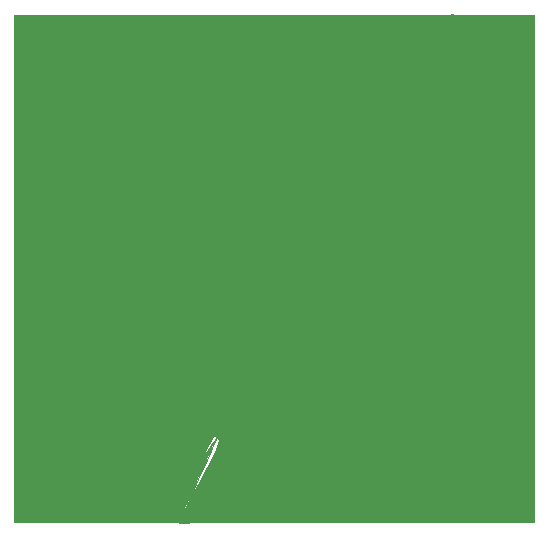
<source format=gbr>
%TF.GenerationSoftware,KiCad,Pcbnew,(5.1.10)-1*%
%TF.CreationDate,2021-10-13T15:42:42-04:00*%
%TF.ProjectId,TFTS-HTH-SAO-Scout-IS,54465453-2d48-4544-982d-53414f2d5363,rev?*%
%TF.SameCoordinates,Original*%
%TF.FileFunction,Soldermask,Top*%
%TF.FilePolarity,Negative*%
%FSLAX46Y46*%
G04 Gerber Fmt 4.6, Leading zero omitted, Abs format (unit mm)*
G04 Created by KiCad (PCBNEW (5.1.10)-1) date 2021-10-13 15:42:42*
%MOMM*%
%LPD*%
G01*
G04 APERTURE LIST*
%ADD10C,0.010000*%
%ADD11C,2.127200*%
%ADD12C,0.254000*%
%ADD13C,0.100000*%
G04 APERTURE END LIST*
D10*
%TO.C,G\u002A\u002A\u002A*%
G36*
X154727946Y-74971547D02*
G01*
X154742274Y-75030747D01*
X154763936Y-75126230D01*
X154792378Y-75255395D01*
X154827049Y-75415642D01*
X154867396Y-75604370D01*
X154912868Y-75818979D01*
X154962910Y-76056868D01*
X155016972Y-76315436D01*
X155074501Y-76592084D01*
X155134944Y-76884210D01*
X155197750Y-77189213D01*
X155223895Y-77316605D01*
X155353315Y-77947561D01*
X155477265Y-78551364D01*
X155595557Y-79127104D01*
X155708003Y-79673868D01*
X155814414Y-80190748D01*
X155914602Y-80676833D01*
X156008378Y-81131211D01*
X156095554Y-81552973D01*
X156175941Y-81941207D01*
X156249350Y-82295003D01*
X156315594Y-82613451D01*
X156374484Y-82895640D01*
X156425830Y-83140660D01*
X156469446Y-83347599D01*
X156505141Y-83515548D01*
X156532728Y-83643595D01*
X156547784Y-83712002D01*
X156574776Y-83835034D01*
X156597716Y-83943854D01*
X156615262Y-84031739D01*
X156626073Y-84091965D01*
X156628808Y-84117810D01*
X156628764Y-84117952D01*
X156611321Y-84132170D01*
X156563641Y-84167837D01*
X156489999Y-84221888D01*
X156394670Y-84291258D01*
X156281929Y-84372880D01*
X156156051Y-84463689D01*
X156021312Y-84560618D01*
X155881987Y-84660604D01*
X155742350Y-84760578D01*
X155606678Y-84857477D01*
X155479245Y-84948234D01*
X155364326Y-85029783D01*
X155266197Y-85099059D01*
X155189133Y-85152997D01*
X155137408Y-85188529D01*
X155119438Y-85200281D01*
X155105874Y-85184266D01*
X155072577Y-85133628D01*
X155020810Y-85050503D01*
X154951840Y-84937027D01*
X154866933Y-84795334D01*
X154767354Y-84627560D01*
X154654370Y-84435840D01*
X154529244Y-84222310D01*
X154393244Y-83989104D01*
X154247634Y-83738359D01*
X154093682Y-83472209D01*
X154039938Y-83379067D01*
X153840999Y-83033484D01*
X153662469Y-82722112D01*
X153504482Y-82445193D01*
X153367173Y-82202968D01*
X153250679Y-81995681D01*
X153155134Y-81823572D01*
X153080673Y-81686885D01*
X153027432Y-81585861D01*
X152995547Y-81520742D01*
X152985152Y-81491771D01*
X152985157Y-81491667D01*
X152991943Y-81445832D01*
X153007016Y-81373757D01*
X153027296Y-81289982D01*
X153030222Y-81278733D01*
X153078112Y-81016937D01*
X153089191Y-80745121D01*
X153064746Y-80470852D01*
X153006066Y-80201698D01*
X152914440Y-79945226D01*
X152791156Y-79709005D01*
X152752941Y-79650167D01*
X152618335Y-79480573D01*
X152453278Y-79318202D01*
X152269546Y-79173261D01*
X152078916Y-79055958D01*
X152050750Y-79041525D01*
X151942081Y-78992547D01*
X151816740Y-78944101D01*
X151689773Y-78901394D01*
X151576226Y-78869630D01*
X151519879Y-78857836D01*
X151433508Y-78843325D01*
X150901381Y-77866052D01*
X150799951Y-77678990D01*
X150705422Y-77503143D01*
X150619614Y-77342001D01*
X150544345Y-77199050D01*
X150481434Y-77077779D01*
X150432697Y-76981675D01*
X150399955Y-76914228D01*
X150385024Y-76878924D01*
X150384503Y-76874521D01*
X150406707Y-76863082D01*
X150464577Y-76835957D01*
X150555098Y-76794481D01*
X150675260Y-76739990D01*
X150822048Y-76673819D01*
X150992452Y-76597305D01*
X151183458Y-76511784D01*
X151392055Y-76418591D01*
X151615230Y-76319063D01*
X151849970Y-76214534D01*
X152093263Y-76106342D01*
X152342097Y-75995822D01*
X152593459Y-75884309D01*
X152844337Y-75773140D01*
X153091718Y-75663651D01*
X153332591Y-75557177D01*
X153563942Y-75455055D01*
X153782760Y-75358620D01*
X153986031Y-75269208D01*
X154170745Y-75188155D01*
X154333887Y-75116796D01*
X154472446Y-75056469D01*
X154583410Y-75008508D01*
X154663765Y-74974249D01*
X154710500Y-74955029D01*
X154721503Y-74951230D01*
X154727946Y-74971547D01*
G37*
X154727946Y-74971547D02*
X154742274Y-75030747D01*
X154763936Y-75126230D01*
X154792378Y-75255395D01*
X154827049Y-75415642D01*
X154867396Y-75604370D01*
X154912868Y-75818979D01*
X154962910Y-76056868D01*
X155016972Y-76315436D01*
X155074501Y-76592084D01*
X155134944Y-76884210D01*
X155197750Y-77189213D01*
X155223895Y-77316605D01*
X155353315Y-77947561D01*
X155477265Y-78551364D01*
X155595557Y-79127104D01*
X155708003Y-79673868D01*
X155814414Y-80190748D01*
X155914602Y-80676833D01*
X156008378Y-81131211D01*
X156095554Y-81552973D01*
X156175941Y-81941207D01*
X156249350Y-82295003D01*
X156315594Y-82613451D01*
X156374484Y-82895640D01*
X156425830Y-83140660D01*
X156469446Y-83347599D01*
X156505141Y-83515548D01*
X156532728Y-83643595D01*
X156547784Y-83712002D01*
X156574776Y-83835034D01*
X156597716Y-83943854D01*
X156615262Y-84031739D01*
X156626073Y-84091965D01*
X156628808Y-84117810D01*
X156628764Y-84117952D01*
X156611321Y-84132170D01*
X156563641Y-84167837D01*
X156489999Y-84221888D01*
X156394670Y-84291258D01*
X156281929Y-84372880D01*
X156156051Y-84463689D01*
X156021312Y-84560618D01*
X155881987Y-84660604D01*
X155742350Y-84760578D01*
X155606678Y-84857477D01*
X155479245Y-84948234D01*
X155364326Y-85029783D01*
X155266197Y-85099059D01*
X155189133Y-85152997D01*
X155137408Y-85188529D01*
X155119438Y-85200281D01*
X155105874Y-85184266D01*
X155072577Y-85133628D01*
X155020810Y-85050503D01*
X154951840Y-84937027D01*
X154866933Y-84795334D01*
X154767354Y-84627560D01*
X154654370Y-84435840D01*
X154529244Y-84222310D01*
X154393244Y-83989104D01*
X154247634Y-83738359D01*
X154093682Y-83472209D01*
X154039938Y-83379067D01*
X153840999Y-83033484D01*
X153662469Y-82722112D01*
X153504482Y-82445193D01*
X153367173Y-82202968D01*
X153250679Y-81995681D01*
X153155134Y-81823572D01*
X153080673Y-81686885D01*
X153027432Y-81585861D01*
X152995547Y-81520742D01*
X152985152Y-81491771D01*
X152985157Y-81491667D01*
X152991943Y-81445832D01*
X153007016Y-81373757D01*
X153027296Y-81289982D01*
X153030222Y-81278733D01*
X153078112Y-81016937D01*
X153089191Y-80745121D01*
X153064746Y-80470852D01*
X153006066Y-80201698D01*
X152914440Y-79945226D01*
X152791156Y-79709005D01*
X152752941Y-79650167D01*
X152618335Y-79480573D01*
X152453278Y-79318202D01*
X152269546Y-79173261D01*
X152078916Y-79055958D01*
X152050750Y-79041525D01*
X151942081Y-78992547D01*
X151816740Y-78944101D01*
X151689773Y-78901394D01*
X151576226Y-78869630D01*
X151519879Y-78857836D01*
X151433508Y-78843325D01*
X150901381Y-77866052D01*
X150799951Y-77678990D01*
X150705422Y-77503143D01*
X150619614Y-77342001D01*
X150544345Y-77199050D01*
X150481434Y-77077779D01*
X150432697Y-76981675D01*
X150399955Y-76914228D01*
X150385024Y-76878924D01*
X150384503Y-76874521D01*
X150406707Y-76863082D01*
X150464577Y-76835957D01*
X150555098Y-76794481D01*
X150675260Y-76739990D01*
X150822048Y-76673819D01*
X150992452Y-76597305D01*
X151183458Y-76511784D01*
X151392055Y-76418591D01*
X151615230Y-76319063D01*
X151849970Y-76214534D01*
X152093263Y-76106342D01*
X152342097Y-75995822D01*
X152593459Y-75884309D01*
X152844337Y-75773140D01*
X153091718Y-75663651D01*
X153332591Y-75557177D01*
X153563942Y-75455055D01*
X153782760Y-75358620D01*
X153986031Y-75269208D01*
X154170745Y-75188155D01*
X154333887Y-75116796D01*
X154472446Y-75056469D01*
X154583410Y-75008508D01*
X154663765Y-74974249D01*
X154710500Y-74955029D01*
X154721503Y-74951230D01*
X154727946Y-74971547D01*
G36*
X158715676Y-91083169D02*
G01*
X158719877Y-91124999D01*
X158723524Y-91201078D01*
X158726385Y-91303319D01*
X158728231Y-91423641D01*
X158728834Y-91544893D01*
X158727384Y-91718616D01*
X158722557Y-91860783D01*
X158713636Y-91982089D01*
X158699906Y-92093229D01*
X158686822Y-92171956D01*
X158669777Y-92267965D01*
X158655993Y-92349852D01*
X158647067Y-92407868D01*
X158644488Y-92430796D01*
X158661601Y-92434658D01*
X158710826Y-92417371D01*
X158788475Y-92380380D01*
X158833122Y-92356932D01*
X158913055Y-92315424D01*
X158978383Y-92284252D01*
X159020789Y-92267225D01*
X159032340Y-92265719D01*
X159033321Y-92277149D01*
X159030649Y-92307319D01*
X159023987Y-92358215D01*
X159013002Y-92431828D01*
X158997360Y-92530145D01*
X158976726Y-92655156D01*
X158950766Y-92808848D01*
X158919145Y-92993211D01*
X158881529Y-93210233D01*
X158837584Y-93461902D01*
X158786975Y-93750208D01*
X158729368Y-94077139D01*
X158696062Y-94265750D01*
X158660017Y-94468720D01*
X158625749Y-94659716D01*
X158594037Y-94834536D01*
X158565659Y-94988982D01*
X158541394Y-95118851D01*
X158522019Y-95219943D01*
X158508313Y-95288058D01*
X158501055Y-95318995D01*
X158500786Y-95319713D01*
X158491908Y-95319094D01*
X158471986Y-95297876D01*
X158439823Y-95254171D01*
X158394224Y-95186089D01*
X158333991Y-95091741D01*
X158257928Y-94969237D01*
X158164840Y-94816687D01*
X158053528Y-94632203D01*
X157922798Y-94413894D01*
X157851175Y-94293812D01*
X157735598Y-94099128D01*
X157626582Y-93914139D01*
X157526069Y-93742231D01*
X157436002Y-93586794D01*
X157358325Y-93451215D01*
X157294981Y-93338883D01*
X157247912Y-93253186D01*
X157219062Y-93197512D01*
X157210319Y-93176349D01*
X157212229Y-93145303D01*
X157220344Y-93080052D01*
X157233615Y-92986937D01*
X157250990Y-92872304D01*
X157271418Y-92742496D01*
X157293849Y-92603858D01*
X157317231Y-92462733D01*
X157340513Y-92325465D01*
X157362645Y-92198399D01*
X157382575Y-92087877D01*
X157399253Y-92000245D01*
X157411627Y-91941847D01*
X157418601Y-91919062D01*
X157437550Y-91905442D01*
X157486244Y-91870966D01*
X157559772Y-91819087D01*
X157653219Y-91753260D01*
X157761674Y-91676936D01*
X157880223Y-91593571D01*
X158003955Y-91506617D01*
X158127957Y-91419527D01*
X158247316Y-91335756D01*
X158357119Y-91258756D01*
X158452454Y-91191981D01*
X158528409Y-91138884D01*
X158530467Y-91137447D01*
X158702518Y-91017380D01*
X158715676Y-91083169D01*
G37*
X158715676Y-91083169D02*
X158719877Y-91124999D01*
X158723524Y-91201078D01*
X158726385Y-91303319D01*
X158728231Y-91423641D01*
X158728834Y-91544893D01*
X158727384Y-91718616D01*
X158722557Y-91860783D01*
X158713636Y-91982089D01*
X158699906Y-92093229D01*
X158686822Y-92171956D01*
X158669777Y-92267965D01*
X158655993Y-92349852D01*
X158647067Y-92407868D01*
X158644488Y-92430796D01*
X158661601Y-92434658D01*
X158710826Y-92417371D01*
X158788475Y-92380380D01*
X158833122Y-92356932D01*
X158913055Y-92315424D01*
X158978383Y-92284252D01*
X159020789Y-92267225D01*
X159032340Y-92265719D01*
X159033321Y-92277149D01*
X159030649Y-92307319D01*
X159023987Y-92358215D01*
X159013002Y-92431828D01*
X158997360Y-92530145D01*
X158976726Y-92655156D01*
X158950766Y-92808848D01*
X158919145Y-92993211D01*
X158881529Y-93210233D01*
X158837584Y-93461902D01*
X158786975Y-93750208D01*
X158729368Y-94077139D01*
X158696062Y-94265750D01*
X158660017Y-94468720D01*
X158625749Y-94659716D01*
X158594037Y-94834536D01*
X158565659Y-94988982D01*
X158541394Y-95118851D01*
X158522019Y-95219943D01*
X158508313Y-95288058D01*
X158501055Y-95318995D01*
X158500786Y-95319713D01*
X158491908Y-95319094D01*
X158471986Y-95297876D01*
X158439823Y-95254171D01*
X158394224Y-95186089D01*
X158333991Y-95091741D01*
X158257928Y-94969237D01*
X158164840Y-94816687D01*
X158053528Y-94632203D01*
X157922798Y-94413894D01*
X157851175Y-94293812D01*
X157735598Y-94099128D01*
X157626582Y-93914139D01*
X157526069Y-93742231D01*
X157436002Y-93586794D01*
X157358325Y-93451215D01*
X157294981Y-93338883D01*
X157247912Y-93253186D01*
X157219062Y-93197512D01*
X157210319Y-93176349D01*
X157212229Y-93145303D01*
X157220344Y-93080052D01*
X157233615Y-92986937D01*
X157250990Y-92872304D01*
X157271418Y-92742496D01*
X157293849Y-92603858D01*
X157317231Y-92462733D01*
X157340513Y-92325465D01*
X157362645Y-92198399D01*
X157382575Y-92087877D01*
X157399253Y-92000245D01*
X157411627Y-91941847D01*
X157418601Y-91919062D01*
X157437550Y-91905442D01*
X157486244Y-91870966D01*
X157559772Y-91819087D01*
X157653219Y-91753260D01*
X157761674Y-91676936D01*
X157880223Y-91593571D01*
X158003955Y-91506617D01*
X158127957Y-91419527D01*
X158247316Y-91335756D01*
X158357119Y-91258756D01*
X158452454Y-91191981D01*
X158528409Y-91138884D01*
X158530467Y-91137447D01*
X158702518Y-91017380D01*
X158715676Y-91083169D01*
G36*
X138171361Y-82442915D02*
G01*
X138163805Y-82464901D01*
X138139695Y-82520634D01*
X138101031Y-82605813D01*
X138049810Y-82716134D01*
X137988032Y-82847295D01*
X137917696Y-82994991D01*
X137840800Y-83154920D01*
X137835548Y-83165790D01*
X137354189Y-84167419D01*
X136860375Y-85205929D01*
X136355481Y-86278192D01*
X135840883Y-87381078D01*
X135317957Y-88511458D01*
X134788078Y-89666204D01*
X134252624Y-90842186D01*
X133712968Y-92036276D01*
X133170489Y-93245344D01*
X132626560Y-94466262D01*
X132082558Y-95695901D01*
X131539859Y-96931132D01*
X130999838Y-98168825D01*
X130463872Y-99405853D01*
X129933336Y-100639086D01*
X129409606Y-101865394D01*
X128894057Y-103081650D01*
X128388067Y-104284725D01*
X127893010Y-105471488D01*
X127410262Y-106638812D01*
X126941199Y-107783568D01*
X126487198Y-108902626D01*
X126151386Y-109738222D01*
X126048109Y-109995884D01*
X125949073Y-110242120D01*
X125855431Y-110474115D01*
X125768334Y-110689052D01*
X125688935Y-110884117D01*
X125618386Y-111056492D01*
X125557838Y-111203363D01*
X125508445Y-111321914D01*
X125471358Y-111409329D01*
X125447729Y-111462792D01*
X125438893Y-111479564D01*
X125420740Y-111467078D01*
X125371646Y-111429199D01*
X125293401Y-111367377D01*
X125187796Y-111283063D01*
X125056623Y-111177708D01*
X124901674Y-111052763D01*
X124724739Y-110909679D01*
X124527611Y-110749907D01*
X124312080Y-110574898D01*
X124079937Y-110386102D01*
X123832975Y-110184971D01*
X123572985Y-109972955D01*
X123301758Y-109751505D01*
X123021084Y-109522073D01*
X122924266Y-109442868D01*
X120427750Y-107400135D01*
X120402816Y-106854859D01*
X120350287Y-105673147D01*
X120299180Y-104457729D01*
X120249809Y-103217219D01*
X120202486Y-101960229D01*
X120179524Y-101314250D01*
X128524000Y-101314250D01*
X128534584Y-101324834D01*
X128545167Y-101314250D01*
X128534584Y-101303667D01*
X128524000Y-101314250D01*
X120179524Y-101314250D01*
X120157525Y-100695372D01*
X120115238Y-99431263D01*
X120075940Y-98176513D01*
X120039943Y-96939736D01*
X120032422Y-96668167D01*
X120028396Y-96500108D01*
X120024674Y-96302701D01*
X120021263Y-96079487D01*
X120018169Y-95834006D01*
X120015400Y-95569799D01*
X120012964Y-95290407D01*
X120010868Y-94999370D01*
X120009119Y-94700229D01*
X120007724Y-94396525D01*
X120006690Y-94091798D01*
X120006025Y-93789589D01*
X120005737Y-93493439D01*
X120005831Y-93206888D01*
X120006316Y-92933477D01*
X120007199Y-92676746D01*
X120008488Y-92440236D01*
X120010188Y-92227489D01*
X120012309Y-92042044D01*
X120014856Y-91887442D01*
X120017837Y-91767223D01*
X120021260Y-91684930D01*
X120022165Y-91670979D01*
X120039913Y-91425709D01*
X120254998Y-91302061D01*
X120724962Y-91035005D01*
X121233050Y-90752216D01*
X121778287Y-90454189D01*
X122359697Y-90141419D01*
X122976306Y-89814399D01*
X123627139Y-89473625D01*
X124311218Y-89119591D01*
X125027571Y-88752792D01*
X125775220Y-88373722D01*
X126553191Y-87982875D01*
X127360508Y-87580746D01*
X128196196Y-87167830D01*
X129059279Y-86744621D01*
X129948783Y-86311614D01*
X130863732Y-85869303D01*
X131803150Y-85418183D01*
X132766063Y-84958747D01*
X132767917Y-84957866D01*
X133115596Y-84792653D01*
X133451605Y-84633287D01*
X133773990Y-84480682D01*
X134080798Y-84335750D01*
X134370078Y-84199406D01*
X134639875Y-84072561D01*
X134888237Y-83956129D01*
X135113210Y-83851023D01*
X135312842Y-83758156D01*
X135485180Y-83678441D01*
X135628271Y-83612792D01*
X135740162Y-83562122D01*
X135818900Y-83527343D01*
X135862531Y-83509369D01*
X135870993Y-83507007D01*
X135867174Y-83527002D01*
X135847498Y-83580258D01*
X135814098Y-83661711D01*
X135769105Y-83766300D01*
X135714651Y-83888964D01*
X135654506Y-84021084D01*
X135292366Y-84812760D01*
X134923764Y-85628822D01*
X134550058Y-86465985D01*
X134172609Y-87320969D01*
X133792774Y-88190488D01*
X133411913Y-89071263D01*
X133031385Y-89960008D01*
X132652550Y-90853443D01*
X132276766Y-91748284D01*
X131905392Y-92641248D01*
X131539788Y-93529053D01*
X131181312Y-94408417D01*
X130831324Y-95276056D01*
X130491183Y-96128688D01*
X130162248Y-96963030D01*
X129845878Y-97775800D01*
X129543432Y-98563715D01*
X129256270Y-99323493D01*
X128985750Y-100051850D01*
X128754001Y-100687864D01*
X128701051Y-100835603D01*
X128653537Y-100969983D01*
X128613183Y-101085988D01*
X128581709Y-101178603D01*
X128560836Y-101242813D01*
X128552286Y-101273602D01*
X128552306Y-101275528D01*
X128563663Y-101260606D01*
X128589036Y-101214398D01*
X128624687Y-101144049D01*
X128666878Y-101056702D01*
X128667566Y-101055248D01*
X128705113Y-100976070D01*
X128757429Y-100866096D01*
X128820995Y-100732705D01*
X128892290Y-100583281D01*
X128967794Y-100425204D01*
X129043987Y-100265856D01*
X129053806Y-100245334D01*
X129300976Y-99724553D01*
X129561551Y-99167456D01*
X129834071Y-98577366D01*
X130117072Y-97957603D01*
X130409094Y-97311487D01*
X130708672Y-96642342D01*
X131014347Y-95953486D01*
X131324655Y-95248243D01*
X131638134Y-94529932D01*
X131953323Y-93801876D01*
X132268759Y-93067395D01*
X132582980Y-92329810D01*
X132894524Y-91592443D01*
X133201929Y-90858614D01*
X133465996Y-90222917D01*
X133725926Y-89593314D01*
X133970721Y-88997558D01*
X134202326Y-88430760D01*
X134422689Y-87888034D01*
X134633756Y-87364491D01*
X134837474Y-86855244D01*
X135035789Y-86355405D01*
X135230648Y-85860087D01*
X135423997Y-85364402D01*
X135617783Y-84863463D01*
X135813953Y-84352382D01*
X136014452Y-83826271D01*
X136032772Y-83778026D01*
X136197363Y-83344469D01*
X137181390Y-82885818D01*
X137371737Y-82797448D01*
X137550184Y-82715278D01*
X137713126Y-82640923D01*
X137856955Y-82575996D01*
X137978064Y-82522110D01*
X138072848Y-82480878D01*
X138137699Y-82453916D01*
X138169010Y-82442835D01*
X138171361Y-82442915D01*
G37*
X138171361Y-82442915D02*
X138163805Y-82464901D01*
X138139695Y-82520634D01*
X138101031Y-82605813D01*
X138049810Y-82716134D01*
X137988032Y-82847295D01*
X137917696Y-82994991D01*
X137840800Y-83154920D01*
X137835548Y-83165790D01*
X137354189Y-84167419D01*
X136860375Y-85205929D01*
X136355481Y-86278192D01*
X135840883Y-87381078D01*
X135317957Y-88511458D01*
X134788078Y-89666204D01*
X134252624Y-90842186D01*
X133712968Y-92036276D01*
X133170489Y-93245344D01*
X132626560Y-94466262D01*
X132082558Y-95695901D01*
X131539859Y-96931132D01*
X130999838Y-98168825D01*
X130463872Y-99405853D01*
X129933336Y-100639086D01*
X129409606Y-101865394D01*
X128894057Y-103081650D01*
X128388067Y-104284725D01*
X127893010Y-105471488D01*
X127410262Y-106638812D01*
X126941199Y-107783568D01*
X126487198Y-108902626D01*
X126151386Y-109738222D01*
X126048109Y-109995884D01*
X125949073Y-110242120D01*
X125855431Y-110474115D01*
X125768334Y-110689052D01*
X125688935Y-110884117D01*
X125618386Y-111056492D01*
X125557838Y-111203363D01*
X125508445Y-111321914D01*
X125471358Y-111409329D01*
X125447729Y-111462792D01*
X125438893Y-111479564D01*
X125420740Y-111467078D01*
X125371646Y-111429199D01*
X125293401Y-111367377D01*
X125187796Y-111283063D01*
X125056623Y-111177708D01*
X124901674Y-111052763D01*
X124724739Y-110909679D01*
X124527611Y-110749907D01*
X124312080Y-110574898D01*
X124079937Y-110386102D01*
X123832975Y-110184971D01*
X123572985Y-109972955D01*
X123301758Y-109751505D01*
X123021084Y-109522073D01*
X122924266Y-109442868D01*
X120427750Y-107400135D01*
X120402816Y-106854859D01*
X120350287Y-105673147D01*
X120299180Y-104457729D01*
X120249809Y-103217219D01*
X120202486Y-101960229D01*
X120179524Y-101314250D01*
X128524000Y-101314250D01*
X128534584Y-101324834D01*
X128545167Y-101314250D01*
X128534584Y-101303667D01*
X128524000Y-101314250D01*
X120179524Y-101314250D01*
X120157525Y-100695372D01*
X120115238Y-99431263D01*
X120075940Y-98176513D01*
X120039943Y-96939736D01*
X120032422Y-96668167D01*
X120028396Y-96500108D01*
X120024674Y-96302701D01*
X120021263Y-96079487D01*
X120018169Y-95834006D01*
X120015400Y-95569799D01*
X120012964Y-95290407D01*
X120010868Y-94999370D01*
X120009119Y-94700229D01*
X120007724Y-94396525D01*
X120006690Y-94091798D01*
X120006025Y-93789589D01*
X120005737Y-93493439D01*
X120005831Y-93206888D01*
X120006316Y-92933477D01*
X120007199Y-92676746D01*
X120008488Y-92440236D01*
X120010188Y-92227489D01*
X120012309Y-92042044D01*
X120014856Y-91887442D01*
X120017837Y-91767223D01*
X120021260Y-91684930D01*
X120022165Y-91670979D01*
X120039913Y-91425709D01*
X120254998Y-91302061D01*
X120724962Y-91035005D01*
X121233050Y-90752216D01*
X121778287Y-90454189D01*
X122359697Y-90141419D01*
X122976306Y-89814399D01*
X123627139Y-89473625D01*
X124311218Y-89119591D01*
X125027571Y-88752792D01*
X125775220Y-88373722D01*
X126553191Y-87982875D01*
X127360508Y-87580746D01*
X128196196Y-87167830D01*
X129059279Y-86744621D01*
X129948783Y-86311614D01*
X130863732Y-85869303D01*
X131803150Y-85418183D01*
X132766063Y-84958747D01*
X132767917Y-84957866D01*
X133115596Y-84792653D01*
X133451605Y-84633287D01*
X133773990Y-84480682D01*
X134080798Y-84335750D01*
X134370078Y-84199406D01*
X134639875Y-84072561D01*
X134888237Y-83956129D01*
X135113210Y-83851023D01*
X135312842Y-83758156D01*
X135485180Y-83678441D01*
X135628271Y-83612792D01*
X135740162Y-83562122D01*
X135818900Y-83527343D01*
X135862531Y-83509369D01*
X135870993Y-83507007D01*
X135867174Y-83527002D01*
X135847498Y-83580258D01*
X135814098Y-83661711D01*
X135769105Y-83766300D01*
X135714651Y-83888964D01*
X135654506Y-84021084D01*
X135292366Y-84812760D01*
X134923764Y-85628822D01*
X134550058Y-86465985D01*
X134172609Y-87320969D01*
X133792774Y-88190488D01*
X133411913Y-89071263D01*
X133031385Y-89960008D01*
X132652550Y-90853443D01*
X132276766Y-91748284D01*
X131905392Y-92641248D01*
X131539788Y-93529053D01*
X131181312Y-94408417D01*
X130831324Y-95276056D01*
X130491183Y-96128688D01*
X130162248Y-96963030D01*
X129845878Y-97775800D01*
X129543432Y-98563715D01*
X129256270Y-99323493D01*
X128985750Y-100051850D01*
X128754001Y-100687864D01*
X128701051Y-100835603D01*
X128653537Y-100969983D01*
X128613183Y-101085988D01*
X128581709Y-101178603D01*
X128560836Y-101242813D01*
X128552286Y-101273602D01*
X128552306Y-101275528D01*
X128563663Y-101260606D01*
X128589036Y-101214398D01*
X128624687Y-101144049D01*
X128666878Y-101056702D01*
X128667566Y-101055248D01*
X128705113Y-100976070D01*
X128757429Y-100866096D01*
X128820995Y-100732705D01*
X128892290Y-100583281D01*
X128967794Y-100425204D01*
X129043987Y-100265856D01*
X129053806Y-100245334D01*
X129300976Y-99724553D01*
X129561551Y-99167456D01*
X129834071Y-98577366D01*
X130117072Y-97957603D01*
X130409094Y-97311487D01*
X130708672Y-96642342D01*
X131014347Y-95953486D01*
X131324655Y-95248243D01*
X131638134Y-94529932D01*
X131953323Y-93801876D01*
X132268759Y-93067395D01*
X132582980Y-92329810D01*
X132894524Y-91592443D01*
X133201929Y-90858614D01*
X133465996Y-90222917D01*
X133725926Y-89593314D01*
X133970721Y-88997558D01*
X134202326Y-88430760D01*
X134422689Y-87888034D01*
X134633756Y-87364491D01*
X134837474Y-86855244D01*
X135035789Y-86355405D01*
X135230648Y-85860087D01*
X135423997Y-85364402D01*
X135617783Y-84863463D01*
X135813953Y-84352382D01*
X136014452Y-83826271D01*
X136032772Y-83778026D01*
X136197363Y-83344469D01*
X137181390Y-82885818D01*
X137371737Y-82797448D01*
X137550184Y-82715278D01*
X137713126Y-82640923D01*
X137856955Y-82575996D01*
X137978064Y-82522110D01*
X138072848Y-82480878D01*
X138137699Y-82453916D01*
X138169010Y-82442835D01*
X138171361Y-82442915D01*
G36*
X150066567Y-77049177D02*
G01*
X150098130Y-77102255D01*
X150146155Y-77185880D01*
X150208778Y-77296723D01*
X150284133Y-77431452D01*
X150370357Y-77586739D01*
X150465584Y-77759252D01*
X150567951Y-77945661D01*
X150648444Y-78092868D01*
X151225250Y-79149652D01*
X151424048Y-79189139D01*
X151695114Y-79261050D01*
X151937033Y-79363103D01*
X152149317Y-79494886D01*
X152331479Y-79655985D01*
X152483030Y-79845990D01*
X152603483Y-80064488D01*
X152671846Y-80242834D01*
X152723549Y-80447449D01*
X152751924Y-80660756D01*
X152757210Y-80873695D01*
X152739644Y-81077208D01*
X152699463Y-81262233D01*
X152641180Y-81411413D01*
X152611593Y-81475911D01*
X152602280Y-81518615D01*
X152610756Y-81553423D01*
X152614457Y-81560831D01*
X152627204Y-81583354D01*
X152659355Y-81639600D01*
X152709202Y-81726598D01*
X152775037Y-81841376D01*
X152855152Y-81980965D01*
X152947839Y-82142392D01*
X153051390Y-82322686D01*
X153164098Y-82518878D01*
X153284255Y-82727995D01*
X153410152Y-82947068D01*
X153540083Y-83173124D01*
X153672338Y-83403193D01*
X153805212Y-83634305D01*
X153936994Y-83863487D01*
X154065979Y-84087770D01*
X154190457Y-84304182D01*
X154308721Y-84509752D01*
X154419064Y-84701509D01*
X154519776Y-84876483D01*
X154609152Y-85031702D01*
X154685482Y-85164195D01*
X154747058Y-85270992D01*
X154784353Y-85335590D01*
X154834534Y-85422429D01*
X154715520Y-85501451D01*
X154653456Y-85538731D01*
X154604732Y-85560779D01*
X154579808Y-85562871D01*
X154579717Y-85562778D01*
X154562155Y-85538627D01*
X154523944Y-85482034D01*
X154466879Y-85395800D01*
X154392757Y-85282721D01*
X154303374Y-85145597D01*
X154200526Y-84987226D01*
X154086009Y-84810406D01*
X153961618Y-84617938D01*
X153829151Y-84412618D01*
X153690402Y-84197246D01*
X153547168Y-83974620D01*
X153401244Y-83747539D01*
X153254428Y-83518801D01*
X153108514Y-83291206D01*
X152965299Y-83067551D01*
X152826579Y-82850636D01*
X152694150Y-82643259D01*
X152569808Y-82448218D01*
X152455348Y-82268312D01*
X152352567Y-82106340D01*
X152263261Y-81965100D01*
X152189226Y-81847392D01*
X152132257Y-81756013D01*
X152094151Y-81693762D01*
X152076704Y-81663438D01*
X152075766Y-81661000D01*
X152084865Y-81628110D01*
X152107538Y-81567770D01*
X152139565Y-81490941D01*
X152153214Y-81459917D01*
X152228148Y-81242453D01*
X152263307Y-81020210D01*
X152260170Y-80797916D01*
X152220213Y-80580301D01*
X152144914Y-80372093D01*
X152035749Y-80178022D01*
X151894198Y-80002815D01*
X151721736Y-79851202D01*
X151631549Y-79790138D01*
X151471837Y-79701993D01*
X151318153Y-79642613D01*
X151154885Y-79607230D01*
X150981569Y-79591720D01*
X150811941Y-79590992D01*
X150663825Y-79607868D01*
X150521401Y-79645718D01*
X150368847Y-79707908D01*
X150315084Y-79733610D01*
X150120704Y-79851748D01*
X149951474Y-80000248D01*
X149810109Y-80174051D01*
X149699324Y-80368103D01*
X149621836Y-80577346D01*
X149580358Y-80796725D01*
X149577606Y-81021181D01*
X149585274Y-81092716D01*
X149594295Y-81173469D01*
X149597465Y-81236241D01*
X149594422Y-81270917D01*
X149591783Y-81274558D01*
X149571361Y-81284692D01*
X149515164Y-81313090D01*
X149425123Y-81358770D01*
X149303168Y-81420747D01*
X149151229Y-81498039D01*
X148971235Y-81589662D01*
X148765117Y-81694633D01*
X148534805Y-81811969D01*
X148282229Y-81940685D01*
X148009319Y-82079800D01*
X147718005Y-82228328D01*
X147410218Y-82385288D01*
X147087887Y-82549696D01*
X146752942Y-82720568D01*
X146407313Y-82896921D01*
X146304000Y-82949641D01*
X143033750Y-84618478D01*
X142880810Y-84475726D01*
X142691213Y-84325719D01*
X142486692Y-84213725D01*
X142271078Y-84140345D01*
X142048195Y-84106178D01*
X141821873Y-84111824D01*
X141595937Y-84157885D01*
X141382750Y-84240782D01*
X141174907Y-84363878D01*
X140997067Y-84515314D01*
X140851218Y-84691929D01*
X140739354Y-84890562D01*
X140663464Y-85108050D01*
X140625540Y-85341231D01*
X140621391Y-85449834D01*
X140623375Y-85566065D01*
X140631259Y-85657612D01*
X140647621Y-85741993D01*
X140675037Y-85836724D01*
X140681023Y-85855242D01*
X140773875Y-86073612D01*
X140900662Y-86269536D01*
X141057565Y-86439686D01*
X141240763Y-86580731D01*
X141446436Y-86689343D01*
X141670764Y-86762193D01*
X141737483Y-86775925D01*
X141970609Y-86797470D01*
X142197160Y-86777562D01*
X142415247Y-86716819D01*
X142622979Y-86615859D01*
X142818465Y-86475304D01*
X142909313Y-86392063D01*
X143066460Y-86210767D01*
X143183650Y-86015926D01*
X143261495Y-85806081D01*
X143300609Y-85579776D01*
X143305842Y-85449834D01*
X143302705Y-85354304D01*
X143294795Y-85264011D01*
X143283685Y-85195749D01*
X143281122Y-85185887D01*
X143269813Y-85129421D01*
X143271057Y-85090434D01*
X143274383Y-85084317D01*
X143295233Y-85072548D01*
X143351414Y-85042838D01*
X143440580Y-84996387D01*
X143560383Y-84934389D01*
X143708475Y-84858043D01*
X143882510Y-84768544D01*
X144080139Y-84667090D01*
X144299015Y-84554877D01*
X144536790Y-84433102D01*
X144791118Y-84302962D01*
X145059650Y-84165653D01*
X145340040Y-84022373D01*
X145629939Y-83874318D01*
X145927000Y-83722685D01*
X146228876Y-83568671D01*
X146533219Y-83413473D01*
X146837682Y-83258286D01*
X147139917Y-83104309D01*
X147437577Y-82952737D01*
X147728314Y-82804768D01*
X148009781Y-82661599D01*
X148279630Y-82524426D01*
X148535515Y-82394445D01*
X148775086Y-82272854D01*
X148995998Y-82160850D01*
X149195901Y-82059629D01*
X149372450Y-81970388D01*
X149523297Y-81894324D01*
X149646093Y-81832634D01*
X149738491Y-81786514D01*
X149798145Y-81757161D01*
X149822707Y-81745772D01*
X149823153Y-81745667D01*
X149847385Y-81760436D01*
X149888654Y-81798690D01*
X149926723Y-81839554D01*
X150067362Y-81972672D01*
X150236478Y-82089515D01*
X150421089Y-82182366D01*
X150604819Y-82242712D01*
X150738671Y-82264260D01*
X150891562Y-82273051D01*
X151045819Y-82269073D01*
X151183769Y-82252313D01*
X151226095Y-82243133D01*
X151306652Y-82217753D01*
X151405279Y-82179374D01*
X151503002Y-82135488D01*
X151520132Y-82127029D01*
X151595129Y-82090102D01*
X151654033Y-82062572D01*
X151688062Y-82048474D01*
X151692940Y-82047604D01*
X151703697Y-82063749D01*
X151734172Y-82110460D01*
X151784622Y-82188131D01*
X151855298Y-82297154D01*
X151946456Y-82437923D01*
X152058349Y-82610829D01*
X152191231Y-82816266D01*
X152345357Y-83054626D01*
X152520981Y-83326303D01*
X152718356Y-83631689D01*
X152937737Y-83971177D01*
X153179378Y-84345161D01*
X153443532Y-84754032D01*
X153652325Y-85077236D01*
X153757697Y-85240903D01*
X153855565Y-85393975D01*
X153943597Y-85532728D01*
X154019462Y-85653437D01*
X154080829Y-85752379D01*
X154125365Y-85825830D01*
X154150740Y-85870064D01*
X154155860Y-85881570D01*
X154138901Y-85897852D01*
X154090801Y-85935795D01*
X154015144Y-85992850D01*
X153915517Y-86066469D01*
X153795507Y-86154106D01*
X153658700Y-86253210D01*
X153508681Y-86361236D01*
X153349037Y-86475634D01*
X153183354Y-86593856D01*
X153015218Y-86713355D01*
X152848216Y-86831583D01*
X152685933Y-86945991D01*
X152531957Y-87054033D01*
X152389872Y-87153158D01*
X152263266Y-87240821D01*
X152155724Y-87314472D01*
X152070833Y-87371564D01*
X152012178Y-87409549D01*
X151983347Y-87425879D01*
X151981684Y-87426317D01*
X151961413Y-87408937D01*
X151919762Y-87355581D01*
X151857000Y-87266648D01*
X151773397Y-87142539D01*
X151669224Y-86983656D01*
X151544751Y-86790398D01*
X151413657Y-86584349D01*
X150878864Y-85739782D01*
X150959810Y-85642433D01*
X151087882Y-85456562D01*
X151182537Y-85250600D01*
X151242151Y-85031612D01*
X151265099Y-84806665D01*
X151249756Y-84582826D01*
X151227889Y-84476167D01*
X151150989Y-84256449D01*
X151037837Y-84053914D01*
X150892465Y-83872725D01*
X150718901Y-83717047D01*
X150521177Y-83591044D01*
X150303323Y-83498880D01*
X150272750Y-83489306D01*
X150128581Y-83460259D01*
X149961346Y-83449562D01*
X149785927Y-83456803D01*
X149617206Y-83481565D01*
X149506210Y-83510666D01*
X149295256Y-83600388D01*
X149105268Y-83722798D01*
X148939360Y-83873384D01*
X148800646Y-84047630D01*
X148692239Y-84241025D01*
X148617255Y-84449055D01*
X148578806Y-84667206D01*
X148577173Y-84857167D01*
X148583576Y-84944445D01*
X148589590Y-85018578D01*
X148594177Y-85066978D01*
X148595150Y-85074811D01*
X148589896Y-85086303D01*
X148569765Y-85103435D01*
X148532142Y-85127543D01*
X148474413Y-85159961D01*
X148393963Y-85202023D01*
X148288177Y-85255066D01*
X148154441Y-85320423D01*
X147990139Y-85399429D01*
X147792657Y-85493419D01*
X147559381Y-85603727D01*
X147554096Y-85606220D01*
X146507608Y-86099901D01*
X146368400Y-85960075D01*
X146185689Y-85803095D01*
X145988730Y-85685701D01*
X145775310Y-85606892D01*
X145543215Y-85565668D01*
X145486555Y-85561374D01*
X145255492Y-85568020D01*
X145034997Y-85613013D01*
X144828590Y-85693046D01*
X144639791Y-85804815D01*
X144472122Y-85945015D01*
X144329101Y-86110340D01*
X144214249Y-86297485D01*
X144131087Y-86503144D01*
X144083135Y-86724013D01*
X144072391Y-86889167D01*
X144079113Y-87060134D01*
X144102889Y-87208720D01*
X144147626Y-87352784D01*
X144200861Y-87476203D01*
X144315520Y-87671494D01*
X144462473Y-87845849D01*
X144635779Y-87994415D01*
X144829496Y-88112338D01*
X145037681Y-88194767D01*
X145101486Y-88211712D01*
X145331909Y-88245074D01*
X145560802Y-88238243D01*
X145783430Y-88193239D01*
X145995058Y-88112080D01*
X146190951Y-87996786D01*
X146366376Y-87849375D01*
X146516596Y-87671868D01*
X146574122Y-87583693D01*
X146665257Y-87398115D01*
X146727953Y-87198094D01*
X146759912Y-86994626D01*
X146758834Y-86798704D01*
X146750935Y-86738177D01*
X146740842Y-86661614D01*
X146737656Y-86601611D01*
X146741943Y-86570034D01*
X146742859Y-86568841D01*
X146764740Y-86556825D01*
X146821369Y-86528549D01*
X146909168Y-86485728D01*
X147024559Y-86430079D01*
X147163963Y-86363318D01*
X147323803Y-86287162D01*
X147500499Y-86203327D01*
X147690473Y-86113529D01*
X147789327Y-86066928D01*
X148818725Y-85582084D01*
X148985461Y-85745936D01*
X149162761Y-85893964D01*
X149359254Y-86010867D01*
X149566268Y-86091755D01*
X149627167Y-86107809D01*
X149761017Y-86128019D01*
X149915560Y-86133876D01*
X150072023Y-86125725D01*
X150211629Y-86103909D01*
X150241000Y-86096552D01*
X150318246Y-86075704D01*
X150383953Y-86058622D01*
X150420917Y-86049688D01*
X150433830Y-86052118D01*
X150452027Y-86065949D01*
X150477428Y-86093976D01*
X150511955Y-86138996D01*
X150557529Y-86203802D01*
X150616070Y-86291192D01*
X150689500Y-86403960D01*
X150779741Y-86544902D01*
X150888712Y-86716813D01*
X150992417Y-86881298D01*
X151099503Y-87051985D01*
X151199332Y-87212185D01*
X151289683Y-87358257D01*
X151368334Y-87486560D01*
X151433067Y-87593453D01*
X151481659Y-87675295D01*
X151511891Y-87728444D01*
X151521584Y-87748985D01*
X151505230Y-87771152D01*
X151460734Y-87811377D01*
X151394948Y-87863889D01*
X151317005Y-87921299D01*
X151112427Y-88066608D01*
X151236589Y-88276929D01*
X151300769Y-88384899D01*
X151376422Y-88511030D01*
X151452799Y-88637450D01*
X151503101Y-88720084D01*
X151530083Y-88762569D01*
X151578133Y-88836372D01*
X151645614Y-88939048D01*
X151730892Y-89068153D01*
X151832330Y-89221245D01*
X151948293Y-89395879D01*
X152077146Y-89589611D01*
X152217252Y-89799999D01*
X152366977Y-90024597D01*
X152524684Y-90260964D01*
X152688739Y-90506654D01*
X152857505Y-90759224D01*
X153029347Y-91016231D01*
X153202630Y-91275230D01*
X153375718Y-91533779D01*
X153546975Y-91789433D01*
X153714766Y-92039749D01*
X153877455Y-92282282D01*
X154033407Y-92514590D01*
X154180986Y-92734229D01*
X154318556Y-92938755D01*
X154444483Y-93125724D01*
X154557130Y-93292692D01*
X154654862Y-93437216D01*
X154736043Y-93556853D01*
X154799038Y-93649158D01*
X154842211Y-93711688D01*
X154863926Y-93741999D01*
X154865724Y-93744168D01*
X154880714Y-93751019D01*
X154905787Y-93745619D01*
X154945640Y-93725203D01*
X155004969Y-93687003D01*
X155088469Y-93628255D01*
X155196789Y-93549175D01*
X155295083Y-93478108D01*
X155381743Y-93418048D01*
X155451095Y-93372717D01*
X155497463Y-93345840D01*
X155514858Y-93340508D01*
X155528218Y-93360694D01*
X155561884Y-93413850D01*
X155613950Y-93496906D01*
X155682508Y-93606796D01*
X155765649Y-93740451D01*
X155861468Y-93894805D01*
X155968055Y-94066790D01*
X156083503Y-94253337D01*
X156205905Y-94451379D01*
X156241559Y-94509113D01*
X156953800Y-95662643D01*
X156158679Y-99291129D01*
X156074554Y-99675259D01*
X155992982Y-100048187D01*
X155914416Y-100407817D01*
X155839311Y-100752054D01*
X155768120Y-101078804D01*
X155701298Y-101385971D01*
X155639297Y-101671461D01*
X155582573Y-101933178D01*
X155531578Y-102169029D01*
X155486766Y-102376917D01*
X155448592Y-102554748D01*
X155417510Y-102700428D01*
X155393973Y-102811860D01*
X155378434Y-102886951D01*
X155371349Y-102923606D01*
X155370974Y-102927030D01*
X155387122Y-102914956D01*
X155426884Y-102876795D01*
X155485217Y-102817623D01*
X155557080Y-102742513D01*
X155604514Y-102691994D01*
X155830637Y-102449543D01*
X156571736Y-99031232D01*
X157312836Y-95612921D01*
X156560444Y-94396310D01*
X156432759Y-94189674D01*
X156311549Y-93993185D01*
X156198669Y-93809872D01*
X156095975Y-93642766D01*
X156005324Y-93494895D01*
X155928572Y-93369291D01*
X155867573Y-93268982D01*
X155824186Y-93196998D01*
X155800264Y-93156370D01*
X155796118Y-93148600D01*
X155795959Y-93137837D01*
X155804411Y-93122649D01*
X155824203Y-93100906D01*
X155858067Y-93070473D01*
X155908733Y-93029220D01*
X155978932Y-92975012D01*
X156071393Y-92905718D01*
X156188847Y-92819206D01*
X156334026Y-92713342D01*
X156509658Y-92585994D01*
X156602083Y-92519139D01*
X156710764Y-92441038D01*
X156809038Y-92371305D01*
X156891319Y-92313834D01*
X156952021Y-92272515D01*
X156985559Y-92251240D01*
X156989137Y-92249473D01*
X157008726Y-92250385D01*
X157009847Y-92280879D01*
X157006472Y-92299364D01*
X156999319Y-92338084D01*
X156986500Y-92411426D01*
X156969234Y-92512243D01*
X156948744Y-92633389D01*
X156926250Y-92767717D01*
X156918746Y-92812814D01*
X156843641Y-93264879D01*
X156901132Y-93363148D01*
X156921775Y-93398101D01*
X156962110Y-93466089D01*
X157020155Y-93563782D01*
X157093930Y-93687848D01*
X157181453Y-93834959D01*
X157280743Y-94001785D01*
X157389817Y-94184994D01*
X157506696Y-94381258D01*
X157629397Y-94587245D01*
X157674395Y-94662773D01*
X157797113Y-94869413D01*
X157913185Y-95066159D01*
X158020811Y-95249875D01*
X158118188Y-95417425D01*
X158203515Y-95565672D01*
X158274993Y-95691479D01*
X158330818Y-95791710D01*
X158369192Y-95863228D01*
X158388311Y-95902897D01*
X158390167Y-95909267D01*
X158385866Y-95951060D01*
X158373389Y-96031112D01*
X158353372Y-96146276D01*
X158326453Y-96293405D01*
X158293270Y-96469352D01*
X158254459Y-96670970D01*
X158210658Y-96895113D01*
X158162504Y-97138633D01*
X158110634Y-97398383D01*
X158055687Y-97671217D01*
X157998299Y-97953988D01*
X157939107Y-98243549D01*
X157878749Y-98536752D01*
X157817862Y-98830452D01*
X157757083Y-99121501D01*
X157697050Y-99406753D01*
X157638400Y-99683060D01*
X157581771Y-99947275D01*
X157527799Y-100196252D01*
X157477122Y-100426844D01*
X157456293Y-100520500D01*
X157399196Y-100773496D01*
X157337763Y-101040795D01*
X157273101Y-101317900D01*
X157206315Y-101600311D01*
X157138511Y-101883528D01*
X157070793Y-102163054D01*
X157004269Y-102434387D01*
X156940042Y-102693030D01*
X156879219Y-102934484D01*
X156822905Y-103154248D01*
X156772205Y-103347824D01*
X156728226Y-103510713D01*
X156692073Y-103638415D01*
X156681263Y-103674655D01*
X156659512Y-103709112D01*
X156608771Y-103769010D01*
X156531778Y-103851764D01*
X156431271Y-103954788D01*
X156309987Y-104075496D01*
X156170665Y-104211302D01*
X156016041Y-104359622D01*
X155848853Y-104517869D01*
X155671839Y-104683458D01*
X155487737Y-104853804D01*
X155299284Y-105026319D01*
X155109218Y-105198420D01*
X154920277Y-105367521D01*
X154735197Y-105531035D01*
X154556718Y-105686377D01*
X154495500Y-105739037D01*
X153548219Y-106523600D01*
X152574000Y-107276501D01*
X151574298Y-107997031D01*
X150550573Y-108684484D01*
X149504283Y-109338152D01*
X148436885Y-109957327D01*
X147349838Y-110541303D01*
X146244599Y-111089372D01*
X145122626Y-111600826D01*
X143985377Y-112074959D01*
X142834311Y-112511062D01*
X141670885Y-112908429D01*
X140496556Y-113266352D01*
X139312784Y-113584124D01*
X138121025Y-113861037D01*
X137488084Y-113990714D01*
X137154868Y-114053504D01*
X136810120Y-114114144D01*
X136459827Y-114171804D01*
X136109974Y-114225651D01*
X135766550Y-114274856D01*
X135435541Y-114318586D01*
X135122934Y-114356011D01*
X134834716Y-114386301D01*
X134576874Y-114408623D01*
X134392768Y-114420376D01*
X134132680Y-114433558D01*
X134230420Y-114213321D01*
X134250655Y-114167587D01*
X134286605Y-114086174D01*
X134337359Y-113971151D01*
X134402008Y-113824582D01*
X134479639Y-113648535D01*
X134569344Y-113445077D01*
X134670210Y-113216274D01*
X134781329Y-112964193D01*
X134901788Y-112690900D01*
X135030678Y-112398462D01*
X135167087Y-112088946D01*
X135310107Y-111764418D01*
X135458825Y-111426945D01*
X135612331Y-111078594D01*
X135769715Y-110721432D01*
X135930066Y-110357524D01*
X136092473Y-109988938D01*
X136256027Y-109617740D01*
X136419816Y-109245998D01*
X136582930Y-108875777D01*
X136744458Y-108509144D01*
X136903490Y-108148166D01*
X137059116Y-107794909D01*
X137210424Y-107451441D01*
X137356504Y-107119828D01*
X137496445Y-106802136D01*
X137629338Y-106500432D01*
X137754270Y-106216783D01*
X137870333Y-105953256D01*
X137976615Y-105711916D01*
X138072206Y-105494832D01*
X138156194Y-105304068D01*
X138227671Y-105141693D01*
X138285724Y-105009773D01*
X138329444Y-104910374D01*
X138357920Y-104845563D01*
X138370241Y-104817406D01*
X138370272Y-104817334D01*
X138391226Y-104763209D01*
X138391602Y-104745791D01*
X138381019Y-104753834D01*
X138365556Y-104774447D01*
X138327011Y-104827737D01*
X138266733Y-104911808D01*
X138186068Y-105024762D01*
X138086362Y-105164703D01*
X137968964Y-105329734D01*
X137835220Y-105517958D01*
X137686477Y-105727477D01*
X137524081Y-105956396D01*
X137349381Y-106202816D01*
X137163723Y-106464842D01*
X136968454Y-106740575D01*
X136764921Y-107028120D01*
X136554471Y-107325580D01*
X136472132Y-107442000D01*
X136259476Y-107742651D01*
X136053286Y-108034055D01*
X135854906Y-108314321D01*
X135665675Y-108581558D01*
X135486937Y-108833874D01*
X135320034Y-109069376D01*
X135166306Y-109286174D01*
X135027097Y-109482376D01*
X134903748Y-109656090D01*
X134797601Y-109805423D01*
X134709999Y-109928486D01*
X134642282Y-110023385D01*
X134595792Y-110088229D01*
X134571873Y-110121127D01*
X134568959Y-110124882D01*
X134555861Y-110127531D01*
X134526877Y-110121781D01*
X134479398Y-110106558D01*
X134410812Y-110080788D01*
X134318512Y-110043395D01*
X134199885Y-109993307D01*
X134052323Y-109929447D01*
X133873215Y-109850742D01*
X133659951Y-109756118D01*
X133502017Y-109685674D01*
X133304766Y-109597686D01*
X133119113Y-109515127D01*
X132948652Y-109439577D01*
X132796976Y-109372619D01*
X132667681Y-109315833D01*
X132564361Y-109270798D01*
X132490610Y-109239098D01*
X132450022Y-109222311D01*
X132443214Y-109220000D01*
X132427677Y-109235701D01*
X132385971Y-109281619D01*
X132319650Y-109355979D01*
X132230269Y-109457005D01*
X132119380Y-109582923D01*
X131988539Y-109731955D01*
X131839298Y-109902327D01*
X131673211Y-110092262D01*
X131491834Y-110299986D01*
X131296718Y-110523723D01*
X131089420Y-110761697D01*
X130871492Y-111012132D01*
X130644488Y-111273253D01*
X130409962Y-111543285D01*
X130406600Y-111547157D01*
X130171907Y-111817295D01*
X129944612Y-112078492D01*
X129726274Y-112328976D01*
X129518454Y-112566974D01*
X129322713Y-112790714D01*
X129140610Y-112998422D01*
X128973706Y-113188325D01*
X128823562Y-113358651D01*
X128691738Y-113507627D01*
X128579794Y-113633480D01*
X128489290Y-113734437D01*
X128421788Y-113808725D01*
X128378847Y-113854571D01*
X128362028Y-113870203D01*
X128361988Y-113870199D01*
X128340691Y-113856353D01*
X128291136Y-113818974D01*
X128217364Y-113761364D01*
X128123421Y-113686823D01*
X128013349Y-113598651D01*
X127891192Y-113500149D01*
X127760995Y-113394616D01*
X127626799Y-113285355D01*
X127492650Y-113175665D01*
X127362591Y-113068846D01*
X127240665Y-112968198D01*
X127130916Y-112877024D01*
X127037388Y-112798622D01*
X126964123Y-112736293D01*
X126915167Y-112693338D01*
X126894563Y-112673057D01*
X126894167Y-112672154D01*
X126902814Y-112650141D01*
X126927435Y-112594136D01*
X126966047Y-112508486D01*
X127016666Y-112397535D01*
X127077309Y-112265629D01*
X127145995Y-112117114D01*
X127220739Y-111956334D01*
X127224080Y-111949167D01*
X127564206Y-111213898D01*
X127913442Y-110448119D01*
X128270347Y-109655305D01*
X128633477Y-108838930D01*
X129001390Y-108002469D01*
X129372645Y-107149396D01*
X129745798Y-106283187D01*
X130119408Y-105407314D01*
X130417822Y-104700917D01*
X138408834Y-104700917D01*
X138419417Y-104711500D01*
X138430000Y-104700917D01*
X138419417Y-104690334D01*
X138408834Y-104700917D01*
X130417822Y-104700917D01*
X130492031Y-104525254D01*
X130862226Y-103640481D01*
X131228550Y-102756469D01*
X131589561Y-101876693D01*
X131943817Y-101004627D01*
X132289875Y-100143747D01*
X132626292Y-99297526D01*
X132951627Y-98469439D01*
X133264437Y-97662962D01*
X133563280Y-96881567D01*
X133846713Y-96128731D01*
X134113294Y-95407927D01*
X134273758Y-94966792D01*
X134328248Y-94814989D01*
X134377335Y-94676410D01*
X134419340Y-94555940D01*
X134452587Y-94458465D01*
X134475395Y-94388868D01*
X134486088Y-94352036D01*
X134486537Y-94347481D01*
X134475153Y-94362550D01*
X134449334Y-94409421D01*
X134412503Y-94481513D01*
X134368082Y-94572246D01*
X134350267Y-94609523D01*
X134309516Y-94695319D01*
X134253907Y-94812377D01*
X134186753Y-94953723D01*
X134111369Y-95112382D01*
X134031067Y-95281382D01*
X133949161Y-95453748D01*
X133903166Y-95550536D01*
X133762494Y-95848446D01*
X133607437Y-96180251D01*
X133440273Y-96540931D01*
X133263275Y-96925463D01*
X133078718Y-97328825D01*
X132888879Y-97745996D01*
X132696031Y-98171953D01*
X132502449Y-98601675D01*
X132310410Y-99030139D01*
X132122187Y-99452324D01*
X131940057Y-99863208D01*
X131766293Y-100257769D01*
X131642083Y-100541667D01*
X131567400Y-100712880D01*
X131496501Y-100875372D01*
X131431529Y-101024233D01*
X131374628Y-101154556D01*
X131327942Y-101261429D01*
X131293613Y-101339945D01*
X131273785Y-101385193D01*
X131272403Y-101388334D01*
X131257286Y-101423281D01*
X131227014Y-101493828D01*
X131183016Y-101596625D01*
X131126722Y-101728322D01*
X131059564Y-101885569D01*
X130982970Y-102065018D01*
X130898372Y-102263319D01*
X130807199Y-102477121D01*
X130710882Y-102703076D01*
X130630732Y-102891167D01*
X130250967Y-103786402D01*
X129878650Y-104671838D01*
X129514916Y-105544668D01*
X129160901Y-106402085D01*
X128817741Y-107241284D01*
X128486572Y-108059458D01*
X128168529Y-108853801D01*
X127864748Y-109621508D01*
X127576366Y-110359771D01*
X127304516Y-111065784D01*
X127050336Y-111736742D01*
X127045579Y-111749417D01*
X126980487Y-111921397D01*
X126919280Y-112080318D01*
X126863668Y-112221945D01*
X126815361Y-112342046D01*
X126776069Y-112436387D01*
X126747502Y-112500735D01*
X126731370Y-112530855D01*
X126729228Y-112532584D01*
X126708992Y-112519746D01*
X126660781Y-112483756D01*
X126589280Y-112428399D01*
X126499173Y-112357459D01*
X126395143Y-112274721D01*
X126281874Y-112183969D01*
X126164050Y-112088989D01*
X126046353Y-111993565D01*
X125933469Y-111901481D01*
X125830081Y-111816523D01*
X125740872Y-111742474D01*
X125670526Y-111683120D01*
X125623727Y-111642246D01*
X125606092Y-111625029D01*
X125609792Y-111598980D01*
X125632343Y-111536881D01*
X125673080Y-111440247D01*
X125731339Y-111310595D01*
X125806455Y-111149439D01*
X125897764Y-110958297D01*
X125904142Y-110945084D01*
X126120906Y-110494491D01*
X126352654Y-110009531D01*
X126597324Y-109494587D01*
X126852853Y-108954043D01*
X127117179Y-108392281D01*
X127388241Y-107813685D01*
X127663977Y-107222637D01*
X127942325Y-106623521D01*
X128221223Y-106020721D01*
X128253982Y-105949750D01*
X128684248Y-105013466D01*
X129127269Y-104041933D01*
X129581101Y-103039598D01*
X130043799Y-102010912D01*
X130513419Y-100960325D01*
X130988017Y-99892286D01*
X131465650Y-98811244D01*
X131944373Y-97721649D01*
X132422242Y-96627950D01*
X132897314Y-95534598D01*
X133367644Y-94446041D01*
X133426906Y-94308084D01*
X134493000Y-94308084D01*
X134503584Y-94318667D01*
X134514167Y-94308084D01*
X134503584Y-94297500D01*
X134493000Y-94308084D01*
X133426906Y-94308084D01*
X133445091Y-94265750D01*
X134514167Y-94265750D01*
X134524750Y-94276334D01*
X134535334Y-94265750D01*
X134524750Y-94255167D01*
X134514167Y-94265750D01*
X133445091Y-94265750D01*
X133831288Y-93366730D01*
X134286302Y-92301113D01*
X134730742Y-91253640D01*
X135162665Y-90228761D01*
X135580125Y-89230926D01*
X135981180Y-88264583D01*
X135989753Y-88243834D01*
X136161428Y-87827266D01*
X136340028Y-87391932D01*
X136523550Y-86942802D01*
X136709988Y-86484849D01*
X136897339Y-86023043D01*
X137083597Y-85562358D01*
X137266758Y-85107764D01*
X137444817Y-84664234D01*
X137615771Y-84236739D01*
X137777615Y-83830252D01*
X137928343Y-83449744D01*
X138065952Y-83100186D01*
X138144557Y-82899250D01*
X138200100Y-82757756D01*
X138251421Y-82628718D01*
X138296308Y-82517561D01*
X138332549Y-82429710D01*
X138357933Y-82370590D01*
X138370167Y-82345729D01*
X138393283Y-82331889D01*
X138453061Y-82301528D01*
X138547683Y-82255475D01*
X138675332Y-82194555D01*
X138834192Y-82119595D01*
X139022447Y-82031421D01*
X139238278Y-81930861D01*
X139479869Y-81818741D01*
X139745404Y-81695888D01*
X140033066Y-81563127D01*
X140341038Y-81421287D01*
X140667502Y-81271193D01*
X141010643Y-81113672D01*
X141368644Y-80949551D01*
X141739687Y-80779656D01*
X142121956Y-80604814D01*
X142513634Y-80425852D01*
X142912905Y-80243596D01*
X143317951Y-80058873D01*
X143726956Y-79872509D01*
X144138102Y-79685332D01*
X144549574Y-79498167D01*
X144959554Y-79311842D01*
X145366225Y-79127183D01*
X145767771Y-78945016D01*
X146162375Y-78766169D01*
X146548220Y-78591468D01*
X146923489Y-78421739D01*
X147286366Y-78257810D01*
X147635034Y-78100506D01*
X147967675Y-77950655D01*
X148282473Y-77809082D01*
X148577612Y-77676616D01*
X148851274Y-77554082D01*
X149101643Y-77442307D01*
X149326902Y-77342117D01*
X149525233Y-77254340D01*
X149694821Y-77179802D01*
X149833849Y-77119329D01*
X149940499Y-77073748D01*
X150012955Y-77043886D01*
X150049400Y-77030569D01*
X150053331Y-77029976D01*
X150066567Y-77049177D01*
G37*
X150066567Y-77049177D02*
X150098130Y-77102255D01*
X150146155Y-77185880D01*
X150208778Y-77296723D01*
X150284133Y-77431452D01*
X150370357Y-77586739D01*
X150465584Y-77759252D01*
X150567951Y-77945661D01*
X150648444Y-78092868D01*
X151225250Y-79149652D01*
X151424048Y-79189139D01*
X151695114Y-79261050D01*
X151937033Y-79363103D01*
X152149317Y-79494886D01*
X152331479Y-79655985D01*
X152483030Y-79845990D01*
X152603483Y-80064488D01*
X152671846Y-80242834D01*
X152723549Y-80447449D01*
X152751924Y-80660756D01*
X152757210Y-80873695D01*
X152739644Y-81077208D01*
X152699463Y-81262233D01*
X152641180Y-81411413D01*
X152611593Y-81475911D01*
X152602280Y-81518615D01*
X152610756Y-81553423D01*
X152614457Y-81560831D01*
X152627204Y-81583354D01*
X152659355Y-81639600D01*
X152709202Y-81726598D01*
X152775037Y-81841376D01*
X152855152Y-81980965D01*
X152947839Y-82142392D01*
X153051390Y-82322686D01*
X153164098Y-82518878D01*
X153284255Y-82727995D01*
X153410152Y-82947068D01*
X153540083Y-83173124D01*
X153672338Y-83403193D01*
X153805212Y-83634305D01*
X153936994Y-83863487D01*
X154065979Y-84087770D01*
X154190457Y-84304182D01*
X154308721Y-84509752D01*
X154419064Y-84701509D01*
X154519776Y-84876483D01*
X154609152Y-85031702D01*
X154685482Y-85164195D01*
X154747058Y-85270992D01*
X154784353Y-85335590D01*
X154834534Y-85422429D01*
X154715520Y-85501451D01*
X154653456Y-85538731D01*
X154604732Y-85560779D01*
X154579808Y-85562871D01*
X154579717Y-85562778D01*
X154562155Y-85538627D01*
X154523944Y-85482034D01*
X154466879Y-85395800D01*
X154392757Y-85282721D01*
X154303374Y-85145597D01*
X154200526Y-84987226D01*
X154086009Y-84810406D01*
X153961618Y-84617938D01*
X153829151Y-84412618D01*
X153690402Y-84197246D01*
X153547168Y-83974620D01*
X153401244Y-83747539D01*
X153254428Y-83518801D01*
X153108514Y-83291206D01*
X152965299Y-83067551D01*
X152826579Y-82850636D01*
X152694150Y-82643259D01*
X152569808Y-82448218D01*
X152455348Y-82268312D01*
X152352567Y-82106340D01*
X152263261Y-81965100D01*
X152189226Y-81847392D01*
X152132257Y-81756013D01*
X152094151Y-81693762D01*
X152076704Y-81663438D01*
X152075766Y-81661000D01*
X152084865Y-81628110D01*
X152107538Y-81567770D01*
X152139565Y-81490941D01*
X152153214Y-81459917D01*
X152228148Y-81242453D01*
X152263307Y-81020210D01*
X152260170Y-80797916D01*
X152220213Y-80580301D01*
X152144914Y-80372093D01*
X152035749Y-80178022D01*
X151894198Y-80002815D01*
X151721736Y-79851202D01*
X151631549Y-79790138D01*
X151471837Y-79701993D01*
X151318153Y-79642613D01*
X151154885Y-79607230D01*
X150981569Y-79591720D01*
X150811941Y-79590992D01*
X150663825Y-79607868D01*
X150521401Y-79645718D01*
X150368847Y-79707908D01*
X150315084Y-79733610D01*
X150120704Y-79851748D01*
X149951474Y-80000248D01*
X149810109Y-80174051D01*
X149699324Y-80368103D01*
X149621836Y-80577346D01*
X149580358Y-80796725D01*
X149577606Y-81021181D01*
X149585274Y-81092716D01*
X149594295Y-81173469D01*
X149597465Y-81236241D01*
X149594422Y-81270917D01*
X149591783Y-81274558D01*
X149571361Y-81284692D01*
X149515164Y-81313090D01*
X149425123Y-81358770D01*
X149303168Y-81420747D01*
X149151229Y-81498039D01*
X148971235Y-81589662D01*
X148765117Y-81694633D01*
X148534805Y-81811969D01*
X148282229Y-81940685D01*
X148009319Y-82079800D01*
X147718005Y-82228328D01*
X147410218Y-82385288D01*
X147087887Y-82549696D01*
X146752942Y-82720568D01*
X146407313Y-82896921D01*
X146304000Y-82949641D01*
X143033750Y-84618478D01*
X142880810Y-84475726D01*
X142691213Y-84325719D01*
X142486692Y-84213725D01*
X142271078Y-84140345D01*
X142048195Y-84106178D01*
X141821873Y-84111824D01*
X141595937Y-84157885D01*
X141382750Y-84240782D01*
X141174907Y-84363878D01*
X140997067Y-84515314D01*
X140851218Y-84691929D01*
X140739354Y-84890562D01*
X140663464Y-85108050D01*
X140625540Y-85341231D01*
X140621391Y-85449834D01*
X140623375Y-85566065D01*
X140631259Y-85657612D01*
X140647621Y-85741993D01*
X140675037Y-85836724D01*
X140681023Y-85855242D01*
X140773875Y-86073612D01*
X140900662Y-86269536D01*
X141057565Y-86439686D01*
X141240763Y-86580731D01*
X141446436Y-86689343D01*
X141670764Y-86762193D01*
X141737483Y-86775925D01*
X141970609Y-86797470D01*
X142197160Y-86777562D01*
X142415247Y-86716819D01*
X142622979Y-86615859D01*
X142818465Y-86475304D01*
X142909313Y-86392063D01*
X143066460Y-86210767D01*
X143183650Y-86015926D01*
X143261495Y-85806081D01*
X143300609Y-85579776D01*
X143305842Y-85449834D01*
X143302705Y-85354304D01*
X143294795Y-85264011D01*
X143283685Y-85195749D01*
X143281122Y-85185887D01*
X143269813Y-85129421D01*
X143271057Y-85090434D01*
X143274383Y-85084317D01*
X143295233Y-85072548D01*
X143351414Y-85042838D01*
X143440580Y-84996387D01*
X143560383Y-84934389D01*
X143708475Y-84858043D01*
X143882510Y-84768544D01*
X144080139Y-84667090D01*
X144299015Y-84554877D01*
X144536790Y-84433102D01*
X144791118Y-84302962D01*
X145059650Y-84165653D01*
X145340040Y-84022373D01*
X145629939Y-83874318D01*
X145927000Y-83722685D01*
X146228876Y-83568671D01*
X146533219Y-83413473D01*
X146837682Y-83258286D01*
X147139917Y-83104309D01*
X147437577Y-82952737D01*
X147728314Y-82804768D01*
X148009781Y-82661599D01*
X148279630Y-82524426D01*
X148535515Y-82394445D01*
X148775086Y-82272854D01*
X148995998Y-82160850D01*
X149195901Y-82059629D01*
X149372450Y-81970388D01*
X149523297Y-81894324D01*
X149646093Y-81832634D01*
X149738491Y-81786514D01*
X149798145Y-81757161D01*
X149822707Y-81745772D01*
X149823153Y-81745667D01*
X149847385Y-81760436D01*
X149888654Y-81798690D01*
X149926723Y-81839554D01*
X150067362Y-81972672D01*
X150236478Y-82089515D01*
X150421089Y-82182366D01*
X150604819Y-82242712D01*
X150738671Y-82264260D01*
X150891562Y-82273051D01*
X151045819Y-82269073D01*
X151183769Y-82252313D01*
X151226095Y-82243133D01*
X151306652Y-82217753D01*
X151405279Y-82179374D01*
X151503002Y-82135488D01*
X151520132Y-82127029D01*
X151595129Y-82090102D01*
X151654033Y-82062572D01*
X151688062Y-82048474D01*
X151692940Y-82047604D01*
X151703697Y-82063749D01*
X151734172Y-82110460D01*
X151784622Y-82188131D01*
X151855298Y-82297154D01*
X151946456Y-82437923D01*
X152058349Y-82610829D01*
X152191231Y-82816266D01*
X152345357Y-83054626D01*
X152520981Y-83326303D01*
X152718356Y-83631689D01*
X152937737Y-83971177D01*
X153179378Y-84345161D01*
X153443532Y-84754032D01*
X153652325Y-85077236D01*
X153757697Y-85240903D01*
X153855565Y-85393975D01*
X153943597Y-85532728D01*
X154019462Y-85653437D01*
X154080829Y-85752379D01*
X154125365Y-85825830D01*
X154150740Y-85870064D01*
X154155860Y-85881570D01*
X154138901Y-85897852D01*
X154090801Y-85935795D01*
X154015144Y-85992850D01*
X153915517Y-86066469D01*
X153795507Y-86154106D01*
X153658700Y-86253210D01*
X153508681Y-86361236D01*
X153349037Y-86475634D01*
X153183354Y-86593856D01*
X153015218Y-86713355D01*
X152848216Y-86831583D01*
X152685933Y-86945991D01*
X152531957Y-87054033D01*
X152389872Y-87153158D01*
X152263266Y-87240821D01*
X152155724Y-87314472D01*
X152070833Y-87371564D01*
X152012178Y-87409549D01*
X151983347Y-87425879D01*
X151981684Y-87426317D01*
X151961413Y-87408937D01*
X151919762Y-87355581D01*
X151857000Y-87266648D01*
X151773397Y-87142539D01*
X151669224Y-86983656D01*
X151544751Y-86790398D01*
X151413657Y-86584349D01*
X150878864Y-85739782D01*
X150959810Y-85642433D01*
X151087882Y-85456562D01*
X151182537Y-85250600D01*
X151242151Y-85031612D01*
X151265099Y-84806665D01*
X151249756Y-84582826D01*
X151227889Y-84476167D01*
X151150989Y-84256449D01*
X151037837Y-84053914D01*
X150892465Y-83872725D01*
X150718901Y-83717047D01*
X150521177Y-83591044D01*
X150303323Y-83498880D01*
X150272750Y-83489306D01*
X150128581Y-83460259D01*
X149961346Y-83449562D01*
X149785927Y-83456803D01*
X149617206Y-83481565D01*
X149506210Y-83510666D01*
X149295256Y-83600388D01*
X149105268Y-83722798D01*
X148939360Y-83873384D01*
X148800646Y-84047630D01*
X148692239Y-84241025D01*
X148617255Y-84449055D01*
X148578806Y-84667206D01*
X148577173Y-84857167D01*
X148583576Y-84944445D01*
X148589590Y-85018578D01*
X148594177Y-85066978D01*
X148595150Y-85074811D01*
X148589896Y-85086303D01*
X148569765Y-85103435D01*
X148532142Y-85127543D01*
X148474413Y-85159961D01*
X148393963Y-85202023D01*
X148288177Y-85255066D01*
X148154441Y-85320423D01*
X147990139Y-85399429D01*
X147792657Y-85493419D01*
X147559381Y-85603727D01*
X147554096Y-85606220D01*
X146507608Y-86099901D01*
X146368400Y-85960075D01*
X146185689Y-85803095D01*
X145988730Y-85685701D01*
X145775310Y-85606892D01*
X145543215Y-85565668D01*
X145486555Y-85561374D01*
X145255492Y-85568020D01*
X145034997Y-85613013D01*
X144828590Y-85693046D01*
X144639791Y-85804815D01*
X144472122Y-85945015D01*
X144329101Y-86110340D01*
X144214249Y-86297485D01*
X144131087Y-86503144D01*
X144083135Y-86724013D01*
X144072391Y-86889167D01*
X144079113Y-87060134D01*
X144102889Y-87208720D01*
X144147626Y-87352784D01*
X144200861Y-87476203D01*
X144315520Y-87671494D01*
X144462473Y-87845849D01*
X144635779Y-87994415D01*
X144829496Y-88112338D01*
X145037681Y-88194767D01*
X145101486Y-88211712D01*
X145331909Y-88245074D01*
X145560802Y-88238243D01*
X145783430Y-88193239D01*
X145995058Y-88112080D01*
X146190951Y-87996786D01*
X146366376Y-87849375D01*
X146516596Y-87671868D01*
X146574122Y-87583693D01*
X146665257Y-87398115D01*
X146727953Y-87198094D01*
X146759912Y-86994626D01*
X146758834Y-86798704D01*
X146750935Y-86738177D01*
X146740842Y-86661614D01*
X146737656Y-86601611D01*
X146741943Y-86570034D01*
X146742859Y-86568841D01*
X146764740Y-86556825D01*
X146821369Y-86528549D01*
X146909168Y-86485728D01*
X147024559Y-86430079D01*
X147163963Y-86363318D01*
X147323803Y-86287162D01*
X147500499Y-86203327D01*
X147690473Y-86113529D01*
X147789327Y-86066928D01*
X148818725Y-85582084D01*
X148985461Y-85745936D01*
X149162761Y-85893964D01*
X149359254Y-86010867D01*
X149566268Y-86091755D01*
X149627167Y-86107809D01*
X149761017Y-86128019D01*
X149915560Y-86133876D01*
X150072023Y-86125725D01*
X150211629Y-86103909D01*
X150241000Y-86096552D01*
X150318246Y-86075704D01*
X150383953Y-86058622D01*
X150420917Y-86049688D01*
X150433830Y-86052118D01*
X150452027Y-86065949D01*
X150477428Y-86093976D01*
X150511955Y-86138996D01*
X150557529Y-86203802D01*
X150616070Y-86291192D01*
X150689500Y-86403960D01*
X150779741Y-86544902D01*
X150888712Y-86716813D01*
X150992417Y-86881298D01*
X151099503Y-87051985D01*
X151199332Y-87212185D01*
X151289683Y-87358257D01*
X151368334Y-87486560D01*
X151433067Y-87593453D01*
X151481659Y-87675295D01*
X151511891Y-87728444D01*
X151521584Y-87748985D01*
X151505230Y-87771152D01*
X151460734Y-87811377D01*
X151394948Y-87863889D01*
X151317005Y-87921299D01*
X151112427Y-88066608D01*
X151236589Y-88276929D01*
X151300769Y-88384899D01*
X151376422Y-88511030D01*
X151452799Y-88637450D01*
X151503101Y-88720084D01*
X151530083Y-88762569D01*
X151578133Y-88836372D01*
X151645614Y-88939048D01*
X151730892Y-89068153D01*
X151832330Y-89221245D01*
X151948293Y-89395879D01*
X152077146Y-89589611D01*
X152217252Y-89799999D01*
X152366977Y-90024597D01*
X152524684Y-90260964D01*
X152688739Y-90506654D01*
X152857505Y-90759224D01*
X153029347Y-91016231D01*
X153202630Y-91275230D01*
X153375718Y-91533779D01*
X153546975Y-91789433D01*
X153714766Y-92039749D01*
X153877455Y-92282282D01*
X154033407Y-92514590D01*
X154180986Y-92734229D01*
X154318556Y-92938755D01*
X154444483Y-93125724D01*
X154557130Y-93292692D01*
X154654862Y-93437216D01*
X154736043Y-93556853D01*
X154799038Y-93649158D01*
X154842211Y-93711688D01*
X154863926Y-93741999D01*
X154865724Y-93744168D01*
X154880714Y-93751019D01*
X154905787Y-93745619D01*
X154945640Y-93725203D01*
X155004969Y-93687003D01*
X155088469Y-93628255D01*
X155196789Y-93549175D01*
X155295083Y-93478108D01*
X155381743Y-93418048D01*
X155451095Y-93372717D01*
X155497463Y-93345840D01*
X155514858Y-93340508D01*
X155528218Y-93360694D01*
X155561884Y-93413850D01*
X155613950Y-93496906D01*
X155682508Y-93606796D01*
X155765649Y-93740451D01*
X155861468Y-93894805D01*
X155968055Y-94066790D01*
X156083503Y-94253337D01*
X156205905Y-94451379D01*
X156241559Y-94509113D01*
X156953800Y-95662643D01*
X156158679Y-99291129D01*
X156074554Y-99675259D01*
X155992982Y-100048187D01*
X155914416Y-100407817D01*
X155839311Y-100752054D01*
X155768120Y-101078804D01*
X155701298Y-101385971D01*
X155639297Y-101671461D01*
X155582573Y-101933178D01*
X155531578Y-102169029D01*
X155486766Y-102376917D01*
X155448592Y-102554748D01*
X155417510Y-102700428D01*
X155393973Y-102811860D01*
X155378434Y-102886951D01*
X155371349Y-102923606D01*
X155370974Y-102927030D01*
X155387122Y-102914956D01*
X155426884Y-102876795D01*
X155485217Y-102817623D01*
X155557080Y-102742513D01*
X155604514Y-102691994D01*
X155830637Y-102449543D01*
X156571736Y-99031232D01*
X157312836Y-95612921D01*
X156560444Y-94396310D01*
X156432759Y-94189674D01*
X156311549Y-93993185D01*
X156198669Y-93809872D01*
X156095975Y-93642766D01*
X156005324Y-93494895D01*
X155928572Y-93369291D01*
X155867573Y-93268982D01*
X155824186Y-93196998D01*
X155800264Y-93156370D01*
X155796118Y-93148600D01*
X155795959Y-93137837D01*
X155804411Y-93122649D01*
X155824203Y-93100906D01*
X155858067Y-93070473D01*
X155908733Y-93029220D01*
X155978932Y-92975012D01*
X156071393Y-92905718D01*
X156188847Y-92819206D01*
X156334026Y-92713342D01*
X156509658Y-92585994D01*
X156602083Y-92519139D01*
X156710764Y-92441038D01*
X156809038Y-92371305D01*
X156891319Y-92313834D01*
X156952021Y-92272515D01*
X156985559Y-92251240D01*
X156989137Y-92249473D01*
X157008726Y-92250385D01*
X157009847Y-92280879D01*
X157006472Y-92299364D01*
X156999319Y-92338084D01*
X156986500Y-92411426D01*
X156969234Y-92512243D01*
X156948744Y-92633389D01*
X156926250Y-92767717D01*
X156918746Y-92812814D01*
X156843641Y-93264879D01*
X156901132Y-93363148D01*
X156921775Y-93398101D01*
X156962110Y-93466089D01*
X157020155Y-93563782D01*
X157093930Y-93687848D01*
X157181453Y-93834959D01*
X157280743Y-94001785D01*
X157389817Y-94184994D01*
X157506696Y-94381258D01*
X157629397Y-94587245D01*
X157674395Y-94662773D01*
X157797113Y-94869413D01*
X157913185Y-95066159D01*
X158020811Y-95249875D01*
X158118188Y-95417425D01*
X158203515Y-95565672D01*
X158274993Y-95691479D01*
X158330818Y-95791710D01*
X158369192Y-95863228D01*
X158388311Y-95902897D01*
X158390167Y-95909267D01*
X158385866Y-95951060D01*
X158373389Y-96031112D01*
X158353372Y-96146276D01*
X158326453Y-96293405D01*
X158293270Y-96469352D01*
X158254459Y-96670970D01*
X158210658Y-96895113D01*
X158162504Y-97138633D01*
X158110634Y-97398383D01*
X158055687Y-97671217D01*
X157998299Y-97953988D01*
X157939107Y-98243549D01*
X157878749Y-98536752D01*
X157817862Y-98830452D01*
X157757083Y-99121501D01*
X157697050Y-99406753D01*
X157638400Y-99683060D01*
X157581771Y-99947275D01*
X157527799Y-100196252D01*
X157477122Y-100426844D01*
X157456293Y-100520500D01*
X157399196Y-100773496D01*
X157337763Y-101040795D01*
X157273101Y-101317900D01*
X157206315Y-101600311D01*
X157138511Y-101883528D01*
X157070793Y-102163054D01*
X157004269Y-102434387D01*
X156940042Y-102693030D01*
X156879219Y-102934484D01*
X156822905Y-103154248D01*
X156772205Y-103347824D01*
X156728226Y-103510713D01*
X156692073Y-103638415D01*
X156681263Y-103674655D01*
X156659512Y-103709112D01*
X156608771Y-103769010D01*
X156531778Y-103851764D01*
X156431271Y-103954788D01*
X156309987Y-104075496D01*
X156170665Y-104211302D01*
X156016041Y-104359622D01*
X155848853Y-104517869D01*
X155671839Y-104683458D01*
X155487737Y-104853804D01*
X155299284Y-105026319D01*
X155109218Y-105198420D01*
X154920277Y-105367521D01*
X154735197Y-105531035D01*
X154556718Y-105686377D01*
X154495500Y-105739037D01*
X153548219Y-106523600D01*
X152574000Y-107276501D01*
X151574298Y-107997031D01*
X150550573Y-108684484D01*
X149504283Y-109338152D01*
X148436885Y-109957327D01*
X147349838Y-110541303D01*
X146244599Y-111089372D01*
X145122626Y-111600826D01*
X143985377Y-112074959D01*
X142834311Y-112511062D01*
X141670885Y-112908429D01*
X140496556Y-113266352D01*
X139312784Y-113584124D01*
X138121025Y-113861037D01*
X137488084Y-113990714D01*
X137154868Y-114053504D01*
X136810120Y-114114144D01*
X136459827Y-114171804D01*
X136109974Y-114225651D01*
X135766550Y-114274856D01*
X135435541Y-114318586D01*
X135122934Y-114356011D01*
X134834716Y-114386301D01*
X134576874Y-114408623D01*
X134392768Y-114420376D01*
X134132680Y-114433558D01*
X134230420Y-114213321D01*
X134250655Y-114167587D01*
X134286605Y-114086174D01*
X134337359Y-113971151D01*
X134402008Y-113824582D01*
X134479639Y-113648535D01*
X134569344Y-113445077D01*
X134670210Y-113216274D01*
X134781329Y-112964193D01*
X134901788Y-112690900D01*
X135030678Y-112398462D01*
X135167087Y-112088946D01*
X135310107Y-111764418D01*
X135458825Y-111426945D01*
X135612331Y-111078594D01*
X135769715Y-110721432D01*
X135930066Y-110357524D01*
X136092473Y-109988938D01*
X136256027Y-109617740D01*
X136419816Y-109245998D01*
X136582930Y-108875777D01*
X136744458Y-108509144D01*
X136903490Y-108148166D01*
X137059116Y-107794909D01*
X137210424Y-107451441D01*
X137356504Y-107119828D01*
X137496445Y-106802136D01*
X137629338Y-106500432D01*
X137754270Y-106216783D01*
X137870333Y-105953256D01*
X137976615Y-105711916D01*
X138072206Y-105494832D01*
X138156194Y-105304068D01*
X138227671Y-105141693D01*
X138285724Y-105009773D01*
X138329444Y-104910374D01*
X138357920Y-104845563D01*
X138370241Y-104817406D01*
X138370272Y-104817334D01*
X138391226Y-104763209D01*
X138391602Y-104745791D01*
X138381019Y-104753834D01*
X138365556Y-104774447D01*
X138327011Y-104827737D01*
X138266733Y-104911808D01*
X138186068Y-105024762D01*
X138086362Y-105164703D01*
X137968964Y-105329734D01*
X137835220Y-105517958D01*
X137686477Y-105727477D01*
X137524081Y-105956396D01*
X137349381Y-106202816D01*
X137163723Y-106464842D01*
X136968454Y-106740575D01*
X136764921Y-107028120D01*
X136554471Y-107325580D01*
X136472132Y-107442000D01*
X136259476Y-107742651D01*
X136053286Y-108034055D01*
X135854906Y-108314321D01*
X135665675Y-108581558D01*
X135486937Y-108833874D01*
X135320034Y-109069376D01*
X135166306Y-109286174D01*
X135027097Y-109482376D01*
X134903748Y-109656090D01*
X134797601Y-109805423D01*
X134709999Y-109928486D01*
X134642282Y-110023385D01*
X134595792Y-110088229D01*
X134571873Y-110121127D01*
X134568959Y-110124882D01*
X134555861Y-110127531D01*
X134526877Y-110121781D01*
X134479398Y-110106558D01*
X134410812Y-110080788D01*
X134318512Y-110043395D01*
X134199885Y-109993307D01*
X134052323Y-109929447D01*
X133873215Y-109850742D01*
X133659951Y-109756118D01*
X133502017Y-109685674D01*
X133304766Y-109597686D01*
X133119113Y-109515127D01*
X132948652Y-109439577D01*
X132796976Y-109372619D01*
X132667681Y-109315833D01*
X132564361Y-109270798D01*
X132490610Y-109239098D01*
X132450022Y-109222311D01*
X132443214Y-109220000D01*
X132427677Y-109235701D01*
X132385971Y-109281619D01*
X132319650Y-109355979D01*
X132230269Y-109457005D01*
X132119380Y-109582923D01*
X131988539Y-109731955D01*
X131839298Y-109902327D01*
X131673211Y-110092262D01*
X131491834Y-110299986D01*
X131296718Y-110523723D01*
X131089420Y-110761697D01*
X130871492Y-111012132D01*
X130644488Y-111273253D01*
X130409962Y-111543285D01*
X130406600Y-111547157D01*
X130171907Y-111817295D01*
X129944612Y-112078492D01*
X129726274Y-112328976D01*
X129518454Y-112566974D01*
X129322713Y-112790714D01*
X129140610Y-112998422D01*
X128973706Y-113188325D01*
X128823562Y-113358651D01*
X128691738Y-113507627D01*
X128579794Y-113633480D01*
X128489290Y-113734437D01*
X128421788Y-113808725D01*
X128378847Y-113854571D01*
X128362028Y-113870203D01*
X128361988Y-113870199D01*
X128340691Y-113856353D01*
X128291136Y-113818974D01*
X128217364Y-113761364D01*
X128123421Y-113686823D01*
X128013349Y-113598651D01*
X127891192Y-113500149D01*
X127760995Y-113394616D01*
X127626799Y-113285355D01*
X127492650Y-113175665D01*
X127362591Y-113068846D01*
X127240665Y-112968198D01*
X127130916Y-112877024D01*
X127037388Y-112798622D01*
X126964123Y-112736293D01*
X126915167Y-112693338D01*
X126894563Y-112673057D01*
X126894167Y-112672154D01*
X126902814Y-112650141D01*
X126927435Y-112594136D01*
X126966047Y-112508486D01*
X127016666Y-112397535D01*
X127077309Y-112265629D01*
X127145995Y-112117114D01*
X127220739Y-111956334D01*
X127224080Y-111949167D01*
X127564206Y-111213898D01*
X127913442Y-110448119D01*
X128270347Y-109655305D01*
X128633477Y-108838930D01*
X129001390Y-108002469D01*
X129372645Y-107149396D01*
X129745798Y-106283187D01*
X130119408Y-105407314D01*
X130417822Y-104700917D01*
X138408834Y-104700917D01*
X138419417Y-104711500D01*
X138430000Y-104700917D01*
X138419417Y-104690334D01*
X138408834Y-104700917D01*
X130417822Y-104700917D01*
X130492031Y-104525254D01*
X130862226Y-103640481D01*
X131228550Y-102756469D01*
X131589561Y-101876693D01*
X131943817Y-101004627D01*
X132289875Y-100143747D01*
X132626292Y-99297526D01*
X132951627Y-98469439D01*
X133264437Y-97662962D01*
X133563280Y-96881567D01*
X133846713Y-96128731D01*
X134113294Y-95407927D01*
X134273758Y-94966792D01*
X134328248Y-94814989D01*
X134377335Y-94676410D01*
X134419340Y-94555940D01*
X134452587Y-94458465D01*
X134475395Y-94388868D01*
X134486088Y-94352036D01*
X134486537Y-94347481D01*
X134475153Y-94362550D01*
X134449334Y-94409421D01*
X134412503Y-94481513D01*
X134368082Y-94572246D01*
X134350267Y-94609523D01*
X134309516Y-94695319D01*
X134253907Y-94812377D01*
X134186753Y-94953723D01*
X134111369Y-95112382D01*
X134031067Y-95281382D01*
X133949161Y-95453748D01*
X133903166Y-95550536D01*
X133762494Y-95848446D01*
X133607437Y-96180251D01*
X133440273Y-96540931D01*
X133263275Y-96925463D01*
X133078718Y-97328825D01*
X132888879Y-97745996D01*
X132696031Y-98171953D01*
X132502449Y-98601675D01*
X132310410Y-99030139D01*
X132122187Y-99452324D01*
X131940057Y-99863208D01*
X131766293Y-100257769D01*
X131642083Y-100541667D01*
X131567400Y-100712880D01*
X131496501Y-100875372D01*
X131431529Y-101024233D01*
X131374628Y-101154556D01*
X131327942Y-101261429D01*
X131293613Y-101339945D01*
X131273785Y-101385193D01*
X131272403Y-101388334D01*
X131257286Y-101423281D01*
X131227014Y-101493828D01*
X131183016Y-101596625D01*
X131126722Y-101728322D01*
X131059564Y-101885569D01*
X130982970Y-102065018D01*
X130898372Y-102263319D01*
X130807199Y-102477121D01*
X130710882Y-102703076D01*
X130630732Y-102891167D01*
X130250967Y-103786402D01*
X129878650Y-104671838D01*
X129514916Y-105544668D01*
X129160901Y-106402085D01*
X128817741Y-107241284D01*
X128486572Y-108059458D01*
X128168529Y-108853801D01*
X127864748Y-109621508D01*
X127576366Y-110359771D01*
X127304516Y-111065784D01*
X127050336Y-111736742D01*
X127045579Y-111749417D01*
X126980487Y-111921397D01*
X126919280Y-112080318D01*
X126863668Y-112221945D01*
X126815361Y-112342046D01*
X126776069Y-112436387D01*
X126747502Y-112500735D01*
X126731370Y-112530855D01*
X126729228Y-112532584D01*
X126708992Y-112519746D01*
X126660781Y-112483756D01*
X126589280Y-112428399D01*
X126499173Y-112357459D01*
X126395143Y-112274721D01*
X126281874Y-112183969D01*
X126164050Y-112088989D01*
X126046353Y-111993565D01*
X125933469Y-111901481D01*
X125830081Y-111816523D01*
X125740872Y-111742474D01*
X125670526Y-111683120D01*
X125623727Y-111642246D01*
X125606092Y-111625029D01*
X125609792Y-111598980D01*
X125632343Y-111536881D01*
X125673080Y-111440247D01*
X125731339Y-111310595D01*
X125806455Y-111149439D01*
X125897764Y-110958297D01*
X125904142Y-110945084D01*
X126120906Y-110494491D01*
X126352654Y-110009531D01*
X126597324Y-109494587D01*
X126852853Y-108954043D01*
X127117179Y-108392281D01*
X127388241Y-107813685D01*
X127663977Y-107222637D01*
X127942325Y-106623521D01*
X128221223Y-106020721D01*
X128253982Y-105949750D01*
X128684248Y-105013466D01*
X129127269Y-104041933D01*
X129581101Y-103039598D01*
X130043799Y-102010912D01*
X130513419Y-100960325D01*
X130988017Y-99892286D01*
X131465650Y-98811244D01*
X131944373Y-97721649D01*
X132422242Y-96627950D01*
X132897314Y-95534598D01*
X133367644Y-94446041D01*
X133426906Y-94308084D01*
X134493000Y-94308084D01*
X134503584Y-94318667D01*
X134514167Y-94308084D01*
X134503584Y-94297500D01*
X134493000Y-94308084D01*
X133426906Y-94308084D01*
X133445091Y-94265750D01*
X134514167Y-94265750D01*
X134524750Y-94276334D01*
X134535334Y-94265750D01*
X134524750Y-94255167D01*
X134514167Y-94265750D01*
X133445091Y-94265750D01*
X133831288Y-93366730D01*
X134286302Y-92301113D01*
X134730742Y-91253640D01*
X135162665Y-90228761D01*
X135580125Y-89230926D01*
X135981180Y-88264583D01*
X135989753Y-88243834D01*
X136161428Y-87827266D01*
X136340028Y-87391932D01*
X136523550Y-86942802D01*
X136709988Y-86484849D01*
X136897339Y-86023043D01*
X137083597Y-85562358D01*
X137266758Y-85107764D01*
X137444817Y-84664234D01*
X137615771Y-84236739D01*
X137777615Y-83830252D01*
X137928343Y-83449744D01*
X138065952Y-83100186D01*
X138144557Y-82899250D01*
X138200100Y-82757756D01*
X138251421Y-82628718D01*
X138296308Y-82517561D01*
X138332549Y-82429710D01*
X138357933Y-82370590D01*
X138370167Y-82345729D01*
X138393283Y-82331889D01*
X138453061Y-82301528D01*
X138547683Y-82255475D01*
X138675332Y-82194555D01*
X138834192Y-82119595D01*
X139022447Y-82031421D01*
X139238278Y-81930861D01*
X139479869Y-81818741D01*
X139745404Y-81695888D01*
X140033066Y-81563127D01*
X140341038Y-81421287D01*
X140667502Y-81271193D01*
X141010643Y-81113672D01*
X141368644Y-80949551D01*
X141739687Y-80779656D01*
X142121956Y-80604814D01*
X142513634Y-80425852D01*
X142912905Y-80243596D01*
X143317951Y-80058873D01*
X143726956Y-79872509D01*
X144138102Y-79685332D01*
X144549574Y-79498167D01*
X144959554Y-79311842D01*
X145366225Y-79127183D01*
X145767771Y-78945016D01*
X146162375Y-78766169D01*
X146548220Y-78591468D01*
X146923489Y-78421739D01*
X147286366Y-78257810D01*
X147635034Y-78100506D01*
X147967675Y-77950655D01*
X148282473Y-77809082D01*
X148577612Y-77676616D01*
X148851274Y-77554082D01*
X149101643Y-77442307D01*
X149326902Y-77342117D01*
X149525233Y-77254340D01*
X149694821Y-77179802D01*
X149833849Y-77119329D01*
X149940499Y-77073748D01*
X150012955Y-77043886D01*
X150049400Y-77030569D01*
X150053331Y-77029976D01*
X150066567Y-77049177D01*
G36*
X163618334Y-114850334D02*
G01*
X119612834Y-114850334D01*
X119612834Y-93549759D01*
X119655063Y-93549759D01*
X119657232Y-94014299D01*
X119661878Y-94514794D01*
X119668992Y-95050457D01*
X119678562Y-95620499D01*
X119690580Y-96224132D01*
X119705034Y-96860570D01*
X119721915Y-97529025D01*
X119741212Y-98228708D01*
X119762916Y-98958833D01*
X119787016Y-99718611D01*
X119813502Y-100507256D01*
X119835539Y-101134334D01*
X119844862Y-101391173D01*
X119855267Y-101671316D01*
X119866623Y-101971632D01*
X119878803Y-102288987D01*
X119891677Y-102620249D01*
X119905116Y-102962287D01*
X119918991Y-103311967D01*
X119933172Y-103666159D01*
X119947531Y-104021729D01*
X119961938Y-104375545D01*
X119976264Y-104724475D01*
X119990381Y-105065387D01*
X120004159Y-105395149D01*
X120017469Y-105710629D01*
X120030181Y-106008694D01*
X120042167Y-106286211D01*
X120053298Y-106540050D01*
X120063445Y-106767077D01*
X120072478Y-106964161D01*
X120080268Y-107128169D01*
X120086686Y-107255969D01*
X120091377Y-107340684D01*
X120105013Y-107567451D01*
X121525798Y-108728991D01*
X121735110Y-108900107D01*
X121973040Y-109094613D01*
X122235428Y-109309107D01*
X122518114Y-109540190D01*
X122816939Y-109784461D01*
X123127742Y-110038520D01*
X123446363Y-110298967D01*
X123768643Y-110562400D01*
X124090422Y-110825420D01*
X124407539Y-111084626D01*
X124715834Y-111336617D01*
X125011149Y-111577994D01*
X125042084Y-111603278D01*
X125315210Y-111826519D01*
X125588152Y-112049613D01*
X125858124Y-112270283D01*
X126122339Y-112486251D01*
X126378011Y-112695239D01*
X126622353Y-112894971D01*
X126852580Y-113083167D01*
X127065905Y-113257552D01*
X127259542Y-113415847D01*
X127430705Y-113555774D01*
X127576607Y-113675057D01*
X127694463Y-113771417D01*
X127758631Y-113823888D01*
X127898419Y-113938001D01*
X128028117Y-114043498D01*
X128144036Y-114137407D01*
X128242488Y-114216755D01*
X128319782Y-114278570D01*
X128372229Y-114319879D01*
X128396141Y-114337712D01*
X128396985Y-114338160D01*
X128411934Y-114323056D01*
X128452798Y-114278162D01*
X128517701Y-114205623D01*
X128604768Y-114107584D01*
X128712125Y-113986190D01*
X128837897Y-113843586D01*
X128980209Y-113681919D01*
X129137185Y-113503332D01*
X129306952Y-113309971D01*
X129487634Y-113103981D01*
X129677356Y-112887507D01*
X129874243Y-112662694D01*
X130076421Y-112431688D01*
X130282014Y-112196634D01*
X130489148Y-111959677D01*
X130695947Y-111722961D01*
X130900538Y-111488633D01*
X131101044Y-111258837D01*
X131295591Y-111035719D01*
X131482304Y-110821424D01*
X131659308Y-110618096D01*
X131824729Y-110427881D01*
X131976691Y-110252924D01*
X132113319Y-110095371D01*
X132232739Y-109957366D01*
X132333076Y-109841055D01*
X132412454Y-109748582D01*
X132468999Y-109682093D01*
X132500837Y-109643734D01*
X132506768Y-109635978D01*
X132528515Y-109640165D01*
X132585971Y-109660764D01*
X132676337Y-109696594D01*
X132796816Y-109746476D01*
X132944610Y-109809232D01*
X133116920Y-109883683D01*
X133310950Y-109968649D01*
X133523902Y-110062951D01*
X133592085Y-110093344D01*
X134663383Y-110571594D01*
X134997124Y-110102172D01*
X135075282Y-109992184D01*
X135174102Y-109853029D01*
X135289771Y-109690082D01*
X135418475Y-109508716D01*
X135556403Y-109314306D01*
X135699741Y-109112226D01*
X135844675Y-108907851D01*
X135987392Y-108706553D01*
X136025588Y-108652670D01*
X136153593Y-108472466D01*
X136274280Y-108303295D01*
X136385447Y-108148196D01*
X136484892Y-108010207D01*
X136570411Y-107892365D01*
X136639802Y-107797710D01*
X136690863Y-107729278D01*
X136721390Y-107690109D01*
X136729494Y-107681772D01*
X136722053Y-107701781D01*
X136698360Y-107758593D01*
X136659256Y-107850283D01*
X136605582Y-107974924D01*
X136538180Y-108130591D01*
X136457890Y-108315358D01*
X136365554Y-108527300D01*
X136262012Y-108764490D01*
X136148107Y-109025002D01*
X136024679Y-109306912D01*
X135892569Y-109608293D01*
X135752619Y-109927219D01*
X135605669Y-110261765D01*
X135452561Y-110610005D01*
X135294136Y-110970013D01*
X135181922Y-111224819D01*
X135020225Y-111591949D01*
X134863170Y-111948689D01*
X134711605Y-112293109D01*
X134566374Y-112623277D01*
X134428326Y-112937266D01*
X134298308Y-113233144D01*
X134177165Y-113508983D01*
X134065744Y-113762852D01*
X133964893Y-113992822D01*
X133875458Y-114196962D01*
X133798286Y-114373344D01*
X133734223Y-114520036D01*
X133684117Y-114635110D01*
X133648814Y-114716636D01*
X133629160Y-114762683D01*
X133625167Y-114772758D01*
X133645267Y-114779712D01*
X133701453Y-114784173D01*
X133787557Y-114786204D01*
X133897408Y-114785867D01*
X134024836Y-114783225D01*
X134163674Y-114778339D01*
X134307750Y-114771271D01*
X134411941Y-114764821D01*
X134841565Y-114729639D01*
X135304125Y-114680543D01*
X135792955Y-114618581D01*
X136301389Y-114544800D01*
X136822763Y-114460248D01*
X137350410Y-114365971D01*
X137877664Y-114263017D01*
X138397860Y-114152432D01*
X138599334Y-114107015D01*
X139814448Y-113806831D01*
X141019188Y-113465929D01*
X142212277Y-113084936D01*
X143392438Y-112664476D01*
X144558395Y-112205178D01*
X145708872Y-111707666D01*
X146842592Y-111172567D01*
X147958280Y-110600507D01*
X149054658Y-109992113D01*
X150130449Y-109348010D01*
X151184379Y-108668825D01*
X152215170Y-107955183D01*
X153221546Y-107207712D01*
X154125084Y-106490426D01*
X154471199Y-106202617D01*
X154826758Y-105899040D01*
X155185209Y-105585607D01*
X155539998Y-105268230D01*
X155884572Y-104952821D01*
X156212378Y-104645292D01*
X156516862Y-104351556D01*
X156725673Y-104144171D01*
X156976762Y-103891174D01*
X157049258Y-103629295D01*
X157159882Y-103218900D01*
X157275546Y-102769176D01*
X157395703Y-102282761D01*
X157519808Y-101762288D01*
X157647316Y-101210394D01*
X157777682Y-100629714D01*
X157910360Y-100022884D01*
X158044805Y-99392539D01*
X158180472Y-98741315D01*
X158316815Y-98071847D01*
X158453288Y-97386770D01*
X158589348Y-96688721D01*
X158724447Y-95980334D01*
X158858042Y-95264246D01*
X158989586Y-94543092D01*
X159118534Y-93819507D01*
X159244341Y-93096126D01*
X159317147Y-92668877D01*
X159418936Y-92066837D01*
X160412677Y-91567190D01*
X160629013Y-91458812D01*
X160855185Y-91346222D01*
X161084238Y-91232838D01*
X161309215Y-91122076D01*
X161523163Y-91017351D01*
X161719125Y-90922079D01*
X161890147Y-90839678D01*
X162009640Y-90782814D01*
X162168766Y-90707530D01*
X162325042Y-90633272D01*
X162471761Y-90563253D01*
X162602214Y-90500683D01*
X162709693Y-90448773D01*
X162787491Y-90410735D01*
X162803390Y-90402834D01*
X162993917Y-90307584D01*
X162998199Y-89778417D01*
X163006307Y-89202223D01*
X163021618Y-88589967D01*
X163044164Y-87941079D01*
X163073979Y-87254987D01*
X163111094Y-86531120D01*
X163155544Y-85768908D01*
X163207360Y-84967779D01*
X163266577Y-84127161D01*
X163333226Y-83246485D01*
X163407341Y-82325178D01*
X163472178Y-81556785D01*
X163486899Y-81381970D01*
X163499951Y-81219742D01*
X163510977Y-81075117D01*
X163519620Y-80953114D01*
X163525522Y-80858751D01*
X163528326Y-80797044D01*
X163527917Y-80773618D01*
X163512643Y-80745595D01*
X163473985Y-80685949D01*
X163413707Y-80597112D01*
X163333572Y-80481515D01*
X163235343Y-80341591D01*
X163120783Y-80179772D01*
X162991656Y-79998490D01*
X162849725Y-79800176D01*
X162696753Y-79587263D01*
X162534503Y-79362183D01*
X162364738Y-79127368D01*
X162189222Y-78885250D01*
X162009718Y-78638261D01*
X161827989Y-78388832D01*
X161645799Y-78139396D01*
X161464909Y-77892385D01*
X161287084Y-77650231D01*
X161114088Y-77415366D01*
X160947682Y-77190221D01*
X160789630Y-76977230D01*
X160641696Y-76778823D01*
X160505643Y-76597433D01*
X160383233Y-76435492D01*
X160373171Y-76422250D01*
X160049603Y-75997962D01*
X159746637Y-75603619D01*
X159460478Y-75234571D01*
X159187333Y-74886166D01*
X158923408Y-74553753D01*
X158664908Y-74232681D01*
X158408039Y-73918297D01*
X158149008Y-73605952D01*
X157884021Y-73290993D01*
X157609283Y-72968770D01*
X157321001Y-72634630D01*
X157015381Y-72283923D01*
X156764937Y-71998623D01*
X156713751Y-71946113D01*
X156674918Y-71917185D01*
X156656727Y-71915395D01*
X156636389Y-71940726D01*
X156593788Y-71996012D01*
X156531932Y-72077240D01*
X156453825Y-72180400D01*
X156362474Y-72301481D01*
X156260884Y-72436471D01*
X156152061Y-72581359D01*
X156039010Y-72732134D01*
X155924738Y-72884784D01*
X155812250Y-73035298D01*
X155704552Y-73179665D01*
X155604650Y-73313873D01*
X155515549Y-73433911D01*
X155440254Y-73535769D01*
X155381773Y-73615433D01*
X155349465Y-73660000D01*
X155270373Y-73771221D01*
X155176791Y-73904334D01*
X155077927Y-74046153D01*
X154982991Y-74183491D01*
X154935524Y-74252723D01*
X154711375Y-74580863D01*
X154354729Y-74738030D01*
X153086016Y-75298361D01*
X151809874Y-75864409D01*
X150528674Y-76435084D01*
X149244784Y-77009297D01*
X147960575Y-77585960D01*
X146678415Y-78163984D01*
X145400674Y-78742280D01*
X144129721Y-79319759D01*
X142867926Y-79895332D01*
X141617658Y-80467910D01*
X140381288Y-81036405D01*
X139161183Y-81599727D01*
X137959714Y-82156788D01*
X136779249Y-82706499D01*
X135622159Y-83247771D01*
X134490813Y-83779515D01*
X133387581Y-84300643D01*
X132314830Y-84810064D01*
X131274932Y-85306692D01*
X130270256Y-85789436D01*
X129571750Y-86126969D01*
X128917616Y-86444955D01*
X128267332Y-86763242D01*
X127622891Y-87080801D01*
X126986285Y-87396603D01*
X126359507Y-87709618D01*
X125744549Y-88018817D01*
X125143403Y-88323172D01*
X124558062Y-88621653D01*
X123990518Y-88913230D01*
X123442763Y-89196875D01*
X122916790Y-89471559D01*
X122414592Y-89736252D01*
X121938159Y-89989925D01*
X121489486Y-90231549D01*
X121070564Y-90460095D01*
X120683386Y-90674534D01*
X120329943Y-90873835D01*
X120012229Y-91056972D01*
X119897818Y-91124155D01*
X119724303Y-91226642D01*
X119710091Y-91370874D01*
X119694636Y-91561676D01*
X119681730Y-91793947D01*
X119671361Y-92066899D01*
X119663520Y-92379743D01*
X119658197Y-92731693D01*
X119655381Y-93121961D01*
X119655063Y-93549759D01*
X119612834Y-93549759D01*
X119612834Y-71860834D01*
X163618334Y-71860834D01*
X163618334Y-114850334D01*
G37*
X163618334Y-114850334D02*
X119612834Y-114850334D01*
X119612834Y-93549759D01*
X119655063Y-93549759D01*
X119657232Y-94014299D01*
X119661878Y-94514794D01*
X119668992Y-95050457D01*
X119678562Y-95620499D01*
X119690580Y-96224132D01*
X119705034Y-96860570D01*
X119721915Y-97529025D01*
X119741212Y-98228708D01*
X119762916Y-98958833D01*
X119787016Y-99718611D01*
X119813502Y-100507256D01*
X119835539Y-101134334D01*
X119844862Y-101391173D01*
X119855267Y-101671316D01*
X119866623Y-101971632D01*
X119878803Y-102288987D01*
X119891677Y-102620249D01*
X119905116Y-102962287D01*
X119918991Y-103311967D01*
X119933172Y-103666159D01*
X119947531Y-104021729D01*
X119961938Y-104375545D01*
X119976264Y-104724475D01*
X119990381Y-105065387D01*
X120004159Y-105395149D01*
X120017469Y-105710629D01*
X120030181Y-106008694D01*
X120042167Y-106286211D01*
X120053298Y-106540050D01*
X120063445Y-106767077D01*
X120072478Y-106964161D01*
X120080268Y-107128169D01*
X120086686Y-107255969D01*
X120091377Y-107340684D01*
X120105013Y-107567451D01*
X121525798Y-108728991D01*
X121735110Y-108900107D01*
X121973040Y-109094613D01*
X122235428Y-109309107D01*
X122518114Y-109540190D01*
X122816939Y-109784461D01*
X123127742Y-110038520D01*
X123446363Y-110298967D01*
X123768643Y-110562400D01*
X124090422Y-110825420D01*
X124407539Y-111084626D01*
X124715834Y-111336617D01*
X125011149Y-111577994D01*
X125042084Y-111603278D01*
X125315210Y-111826519D01*
X125588152Y-112049613D01*
X125858124Y-112270283D01*
X126122339Y-112486251D01*
X126378011Y-112695239D01*
X126622353Y-112894971D01*
X126852580Y-113083167D01*
X127065905Y-113257552D01*
X127259542Y-113415847D01*
X127430705Y-113555774D01*
X127576607Y-113675057D01*
X127694463Y-113771417D01*
X127758631Y-113823888D01*
X127898419Y-113938001D01*
X128028117Y-114043498D01*
X128144036Y-114137407D01*
X128242488Y-114216755D01*
X128319782Y-114278570D01*
X128372229Y-114319879D01*
X128396141Y-114337712D01*
X128396985Y-114338160D01*
X128411934Y-114323056D01*
X128452798Y-114278162D01*
X128517701Y-114205623D01*
X128604768Y-114107584D01*
X128712125Y-113986190D01*
X128837897Y-113843586D01*
X128980209Y-113681919D01*
X129137185Y-113503332D01*
X129306952Y-113309971D01*
X129487634Y-113103981D01*
X129677356Y-112887507D01*
X129874243Y-112662694D01*
X130076421Y-112431688D01*
X130282014Y-112196634D01*
X130489148Y-111959677D01*
X130695947Y-111722961D01*
X130900538Y-111488633D01*
X131101044Y-111258837D01*
X131295591Y-111035719D01*
X131482304Y-110821424D01*
X131659308Y-110618096D01*
X131824729Y-110427881D01*
X131976691Y-110252924D01*
X132113319Y-110095371D01*
X132232739Y-109957366D01*
X132333076Y-109841055D01*
X132412454Y-109748582D01*
X132468999Y-109682093D01*
X132500837Y-109643734D01*
X132506768Y-109635978D01*
X132528515Y-109640165D01*
X132585971Y-109660764D01*
X132676337Y-109696594D01*
X132796816Y-109746476D01*
X132944610Y-109809232D01*
X133116920Y-109883683D01*
X133310950Y-109968649D01*
X133523902Y-110062951D01*
X133592085Y-110093344D01*
X134663383Y-110571594D01*
X134997124Y-110102172D01*
X135075282Y-109992184D01*
X135174102Y-109853029D01*
X135289771Y-109690082D01*
X135418475Y-109508716D01*
X135556403Y-109314306D01*
X135699741Y-109112226D01*
X135844675Y-108907851D01*
X135987392Y-108706553D01*
X136025588Y-108652670D01*
X136153593Y-108472466D01*
X136274280Y-108303295D01*
X136385447Y-108148196D01*
X136484892Y-108010207D01*
X136570411Y-107892365D01*
X136639802Y-107797710D01*
X136690863Y-107729278D01*
X136721390Y-107690109D01*
X136729494Y-107681772D01*
X136722053Y-107701781D01*
X136698360Y-107758593D01*
X136659256Y-107850283D01*
X136605582Y-107974924D01*
X136538180Y-108130591D01*
X136457890Y-108315358D01*
X136365554Y-108527300D01*
X136262012Y-108764490D01*
X136148107Y-109025002D01*
X136024679Y-109306912D01*
X135892569Y-109608293D01*
X135752619Y-109927219D01*
X135605669Y-110261765D01*
X135452561Y-110610005D01*
X135294136Y-110970013D01*
X135181922Y-111224819D01*
X135020225Y-111591949D01*
X134863170Y-111948689D01*
X134711605Y-112293109D01*
X134566374Y-112623277D01*
X134428326Y-112937266D01*
X134298308Y-113233144D01*
X134177165Y-113508983D01*
X134065744Y-113762852D01*
X133964893Y-113992822D01*
X133875458Y-114196962D01*
X133798286Y-114373344D01*
X133734223Y-114520036D01*
X133684117Y-114635110D01*
X133648814Y-114716636D01*
X133629160Y-114762683D01*
X133625167Y-114772758D01*
X133645267Y-114779712D01*
X133701453Y-114784173D01*
X133787557Y-114786204D01*
X133897408Y-114785867D01*
X134024836Y-114783225D01*
X134163674Y-114778339D01*
X134307750Y-114771271D01*
X134411941Y-114764821D01*
X134841565Y-114729639D01*
X135304125Y-114680543D01*
X135792955Y-114618581D01*
X136301389Y-114544800D01*
X136822763Y-114460248D01*
X137350410Y-114365971D01*
X137877664Y-114263017D01*
X138397860Y-114152432D01*
X138599334Y-114107015D01*
X139814448Y-113806831D01*
X141019188Y-113465929D01*
X142212277Y-113084936D01*
X143392438Y-112664476D01*
X144558395Y-112205178D01*
X145708872Y-111707666D01*
X146842592Y-111172567D01*
X147958280Y-110600507D01*
X149054658Y-109992113D01*
X150130449Y-109348010D01*
X151184379Y-108668825D01*
X152215170Y-107955183D01*
X153221546Y-107207712D01*
X154125084Y-106490426D01*
X154471199Y-106202617D01*
X154826758Y-105899040D01*
X155185209Y-105585607D01*
X155539998Y-105268230D01*
X155884572Y-104952821D01*
X156212378Y-104645292D01*
X156516862Y-104351556D01*
X156725673Y-104144171D01*
X156976762Y-103891174D01*
X157049258Y-103629295D01*
X157159882Y-103218900D01*
X157275546Y-102769176D01*
X157395703Y-102282761D01*
X157519808Y-101762288D01*
X157647316Y-101210394D01*
X157777682Y-100629714D01*
X157910360Y-100022884D01*
X158044805Y-99392539D01*
X158180472Y-98741315D01*
X158316815Y-98071847D01*
X158453288Y-97386770D01*
X158589348Y-96688721D01*
X158724447Y-95980334D01*
X158858042Y-95264246D01*
X158989586Y-94543092D01*
X159118534Y-93819507D01*
X159244341Y-93096126D01*
X159317147Y-92668877D01*
X159418936Y-92066837D01*
X160412677Y-91567190D01*
X160629013Y-91458812D01*
X160855185Y-91346222D01*
X161084238Y-91232838D01*
X161309215Y-91122076D01*
X161523163Y-91017351D01*
X161719125Y-90922079D01*
X161890147Y-90839678D01*
X162009640Y-90782814D01*
X162168766Y-90707530D01*
X162325042Y-90633272D01*
X162471761Y-90563253D01*
X162602214Y-90500683D01*
X162709693Y-90448773D01*
X162787491Y-90410735D01*
X162803390Y-90402834D01*
X162993917Y-90307584D01*
X162998199Y-89778417D01*
X163006307Y-89202223D01*
X163021618Y-88589967D01*
X163044164Y-87941079D01*
X163073979Y-87254987D01*
X163111094Y-86531120D01*
X163155544Y-85768908D01*
X163207360Y-84967779D01*
X163266577Y-84127161D01*
X163333226Y-83246485D01*
X163407341Y-82325178D01*
X163472178Y-81556785D01*
X163486899Y-81381970D01*
X163499951Y-81219742D01*
X163510977Y-81075117D01*
X163519620Y-80953114D01*
X163525522Y-80858751D01*
X163528326Y-80797044D01*
X163527917Y-80773618D01*
X163512643Y-80745595D01*
X163473985Y-80685949D01*
X163413707Y-80597112D01*
X163333572Y-80481515D01*
X163235343Y-80341591D01*
X163120783Y-80179772D01*
X162991656Y-79998490D01*
X162849725Y-79800176D01*
X162696753Y-79587263D01*
X162534503Y-79362183D01*
X162364738Y-79127368D01*
X162189222Y-78885250D01*
X162009718Y-78638261D01*
X161827989Y-78388832D01*
X161645799Y-78139396D01*
X161464909Y-77892385D01*
X161287084Y-77650231D01*
X161114088Y-77415366D01*
X160947682Y-77190221D01*
X160789630Y-76977230D01*
X160641696Y-76778823D01*
X160505643Y-76597433D01*
X160383233Y-76435492D01*
X160373171Y-76422250D01*
X160049603Y-75997962D01*
X159746637Y-75603619D01*
X159460478Y-75234571D01*
X159187333Y-74886166D01*
X158923408Y-74553753D01*
X158664908Y-74232681D01*
X158408039Y-73918297D01*
X158149008Y-73605952D01*
X157884021Y-73290993D01*
X157609283Y-72968770D01*
X157321001Y-72634630D01*
X157015381Y-72283923D01*
X156764937Y-71998623D01*
X156713751Y-71946113D01*
X156674918Y-71917185D01*
X156656727Y-71915395D01*
X156636389Y-71940726D01*
X156593788Y-71996012D01*
X156531932Y-72077240D01*
X156453825Y-72180400D01*
X156362474Y-72301481D01*
X156260884Y-72436471D01*
X156152061Y-72581359D01*
X156039010Y-72732134D01*
X155924738Y-72884784D01*
X155812250Y-73035298D01*
X155704552Y-73179665D01*
X155604650Y-73313873D01*
X155515549Y-73433911D01*
X155440254Y-73535769D01*
X155381773Y-73615433D01*
X155349465Y-73660000D01*
X155270373Y-73771221D01*
X155176791Y-73904334D01*
X155077927Y-74046153D01*
X154982991Y-74183491D01*
X154935524Y-74252723D01*
X154711375Y-74580863D01*
X154354729Y-74738030D01*
X153086016Y-75298361D01*
X151809874Y-75864409D01*
X150528674Y-76435084D01*
X149244784Y-77009297D01*
X147960575Y-77585960D01*
X146678415Y-78163984D01*
X145400674Y-78742280D01*
X144129721Y-79319759D01*
X142867926Y-79895332D01*
X141617658Y-80467910D01*
X140381288Y-81036405D01*
X139161183Y-81599727D01*
X137959714Y-82156788D01*
X136779249Y-82706499D01*
X135622159Y-83247771D01*
X134490813Y-83779515D01*
X133387581Y-84300643D01*
X132314830Y-84810064D01*
X131274932Y-85306692D01*
X130270256Y-85789436D01*
X129571750Y-86126969D01*
X128917616Y-86444955D01*
X128267332Y-86763242D01*
X127622891Y-87080801D01*
X126986285Y-87396603D01*
X126359507Y-87709618D01*
X125744549Y-88018817D01*
X125143403Y-88323172D01*
X124558062Y-88621653D01*
X123990518Y-88913230D01*
X123442763Y-89196875D01*
X122916790Y-89471559D01*
X122414592Y-89736252D01*
X121938159Y-89989925D01*
X121489486Y-90231549D01*
X121070564Y-90460095D01*
X120683386Y-90674534D01*
X120329943Y-90873835D01*
X120012229Y-91056972D01*
X119897818Y-91124155D01*
X119724303Y-91226642D01*
X119710091Y-91370874D01*
X119694636Y-91561676D01*
X119681730Y-91793947D01*
X119671361Y-92066899D01*
X119663520Y-92379743D01*
X119658197Y-92731693D01*
X119655381Y-93121961D01*
X119655063Y-93549759D01*
X119612834Y-93549759D01*
X119612834Y-71860834D01*
X163618334Y-71860834D01*
X163618334Y-114850334D01*
%TD*%
%TO.C,X1*%
G36*
G01*
X154129440Y-90228836D02*
X155594189Y-89313559D01*
G75*
G02*
X155869783Y-89377185I105984J-169610D01*
G01*
X156785060Y-90841934D01*
G75*
G02*
X156721434Y-91117528I-169610J-105984D01*
G01*
X155256685Y-92032805D01*
G75*
G02*
X154981091Y-91969179I-105984J169610D01*
G01*
X154065814Y-90504430D01*
G75*
G02*
X154129440Y-90228836I169610J105984D01*
G01*
G37*
G36*
G01*
X153515820Y-87617156D02*
X153515820Y-87617156D01*
G75*
G02*
X154981426Y-87955518I563622J-901984D01*
G01*
X154981426Y-87955518D01*
G75*
G02*
X154643064Y-89421124I-901984J-563622D01*
G01*
X154643064Y-89421124D01*
G75*
G02*
X153177458Y-89082762I-563622J901984D01*
G01*
X153177458Y-89082762D01*
G75*
G02*
X153515820Y-87617156I901984J563622D01*
G01*
G37*
G36*
G01*
X157015857Y-88425203D02*
X157015857Y-88425203D01*
G75*
G02*
X158481463Y-88763565I563622J-901984D01*
G01*
X158481463Y-88763565D01*
G75*
G02*
X158143101Y-90229171I-901984J-563622D01*
G01*
X158143101Y-90229171D01*
G75*
G02*
X156677495Y-89890809I-563622J901984D01*
G01*
X156677495Y-89890809D01*
G75*
G02*
X157015857Y-88425203I901984J563622D01*
G01*
G37*
G36*
G01*
X155669862Y-86271161D02*
X155669862Y-86271161D01*
G75*
G02*
X157135468Y-86609523I563622J-901984D01*
G01*
X157135468Y-86609523D01*
G75*
G02*
X156797106Y-88075129I-901984J-563622D01*
G01*
X156797106Y-88075129D01*
G75*
G02*
X155331500Y-87736767I-563622J901984D01*
G01*
X155331500Y-87736767D01*
G75*
G02*
X155669862Y-86271161I901984J563622D01*
G01*
G37*
D11*
X159733521Y-87981192D03*
X158387526Y-85827150D03*
%TD*%
D12*
X157437200Y-72749489D02*
X157881200Y-73262350D01*
X158327900Y-73793980D01*
X159215000Y-74904210D01*
X160091400Y-76033210D01*
X160952100Y-77173840D01*
X161794100Y-78322510D01*
X163432300Y-80604660D01*
X163536100Y-80747750D01*
X163525300Y-80883670D01*
X163335800Y-83180100D01*
X163167600Y-85480200D01*
X163097000Y-86628800D01*
X163042400Y-87780200D01*
X163008000Y-88933800D01*
X163003100Y-90087400D01*
X163003100Y-90294900D01*
X162799200Y-90405700D01*
X161833000Y-90860500D01*
X160874800Y-91328600D01*
X159443900Y-92051200D01*
X159171800Y-93618200D01*
X158610900Y-96632900D01*
X158251500Y-98433400D01*
X157854900Y-100296200D01*
X157432900Y-102121300D01*
X156997300Y-103808900D01*
X156972200Y-103898300D01*
X156904300Y-103966300D01*
X155897000Y-104940900D01*
X154880300Y-105854000D01*
X153857900Y-106707600D01*
X152833100Y-107503500D01*
X151809800Y-108243800D01*
X150791300Y-108930400D01*
X149781300Y-109565100D01*
X148783500Y-110150100D01*
X147801300Y-110687200D01*
X146838400Y-111178400D01*
X145898300Y-111625500D01*
X144984700Y-112030700D01*
X144101000Y-112395800D01*
X143251000Y-112722800D01*
X142438200Y-113013600D01*
X141666100Y-113270200D01*
X140866900Y-113516400D01*
X140100800Y-113734500D01*
X139370000Y-113926200D01*
X138677000Y-114093100D01*
X137413300Y-114359500D01*
X136328700Y-114547200D01*
X135441700Y-114669800D01*
X134771200Y-114741000D01*
X134154300Y-114783300D01*
X133582000Y-114801100D01*
X137160000Y-107950000D01*
X136525000Y-107315000D01*
X134658700Y-110580200D01*
X132519600Y-109625200D01*
X128398850Y-114364700D01*
X120082235Y-107564800D01*
X120075081Y-107403800D01*
X119971459Y-105056600D01*
X119785341Y-100218000D01*
X119702217Y-97515000D01*
X119647513Y-94969600D01*
X119637579Y-92842300D01*
X119654509Y-92016600D01*
X119688761Y-91393000D01*
X119703069Y-91207000D01*
X119864036Y-91114000D01*
X120727450Y-90623000D01*
X121677090Y-90100900D01*
X123806360Y-88975300D01*
X126194510Y-87760600D01*
X128784160Y-86480400D01*
X131518000Y-85158200D01*
X134338600Y-83817400D01*
X140010800Y-81173860D01*
X145342000Y-78737760D01*
X149873300Y-76696920D01*
X154700800Y-74552320D01*
X154743700Y-74484350D01*
X155200200Y-73814100D01*
X155670200Y-73168000D01*
X156575200Y-71969695D01*
X156661000Y-71858807D01*
X157437200Y-72749489D01*
D13*
G36*
X157437200Y-72749489D02*
G01*
X157881200Y-73262350D01*
X158327900Y-73793980D01*
X159215000Y-74904210D01*
X160091400Y-76033210D01*
X160952100Y-77173840D01*
X161794100Y-78322510D01*
X163432300Y-80604660D01*
X163536100Y-80747750D01*
X163525300Y-80883670D01*
X163335800Y-83180100D01*
X163167600Y-85480200D01*
X163097000Y-86628800D01*
X163042400Y-87780200D01*
X163008000Y-88933800D01*
X163003100Y-90087400D01*
X163003100Y-90294900D01*
X162799200Y-90405700D01*
X161833000Y-90860500D01*
X160874800Y-91328600D01*
X159443900Y-92051200D01*
X159171800Y-93618200D01*
X158610900Y-96632900D01*
X158251500Y-98433400D01*
X157854900Y-100296200D01*
X157432900Y-102121300D01*
X156997300Y-103808900D01*
X156972200Y-103898300D01*
X156904300Y-103966300D01*
X155897000Y-104940900D01*
X154880300Y-105854000D01*
X153857900Y-106707600D01*
X152833100Y-107503500D01*
X151809800Y-108243800D01*
X150791300Y-108930400D01*
X149781300Y-109565100D01*
X148783500Y-110150100D01*
X147801300Y-110687200D01*
X146838400Y-111178400D01*
X145898300Y-111625500D01*
X144984700Y-112030700D01*
X144101000Y-112395800D01*
X143251000Y-112722800D01*
X142438200Y-113013600D01*
X141666100Y-113270200D01*
X140866900Y-113516400D01*
X140100800Y-113734500D01*
X139370000Y-113926200D01*
X138677000Y-114093100D01*
X137413300Y-114359500D01*
X136328700Y-114547200D01*
X135441700Y-114669800D01*
X134771200Y-114741000D01*
X134154300Y-114783300D01*
X133582000Y-114801100D01*
X137160000Y-107950000D01*
X136525000Y-107315000D01*
X134658700Y-110580200D01*
X132519600Y-109625200D01*
X128398850Y-114364700D01*
X120082235Y-107564800D01*
X120075081Y-107403800D01*
X119971459Y-105056600D01*
X119785341Y-100218000D01*
X119702217Y-97515000D01*
X119647513Y-94969600D01*
X119637579Y-92842300D01*
X119654509Y-92016600D01*
X119688761Y-91393000D01*
X119703069Y-91207000D01*
X119864036Y-91114000D01*
X120727450Y-90623000D01*
X121677090Y-90100900D01*
X123806360Y-88975300D01*
X126194510Y-87760600D01*
X128784160Y-86480400D01*
X131518000Y-85158200D01*
X134338600Y-83817400D01*
X140010800Y-81173860D01*
X145342000Y-78737760D01*
X149873300Y-76696920D01*
X154700800Y-74552320D01*
X154743700Y-74484350D01*
X155200200Y-73814100D01*
X155670200Y-73168000D01*
X156575200Y-71969695D01*
X156661000Y-71858807D01*
X157437200Y-72749489D01*
G37*
M02*

</source>
